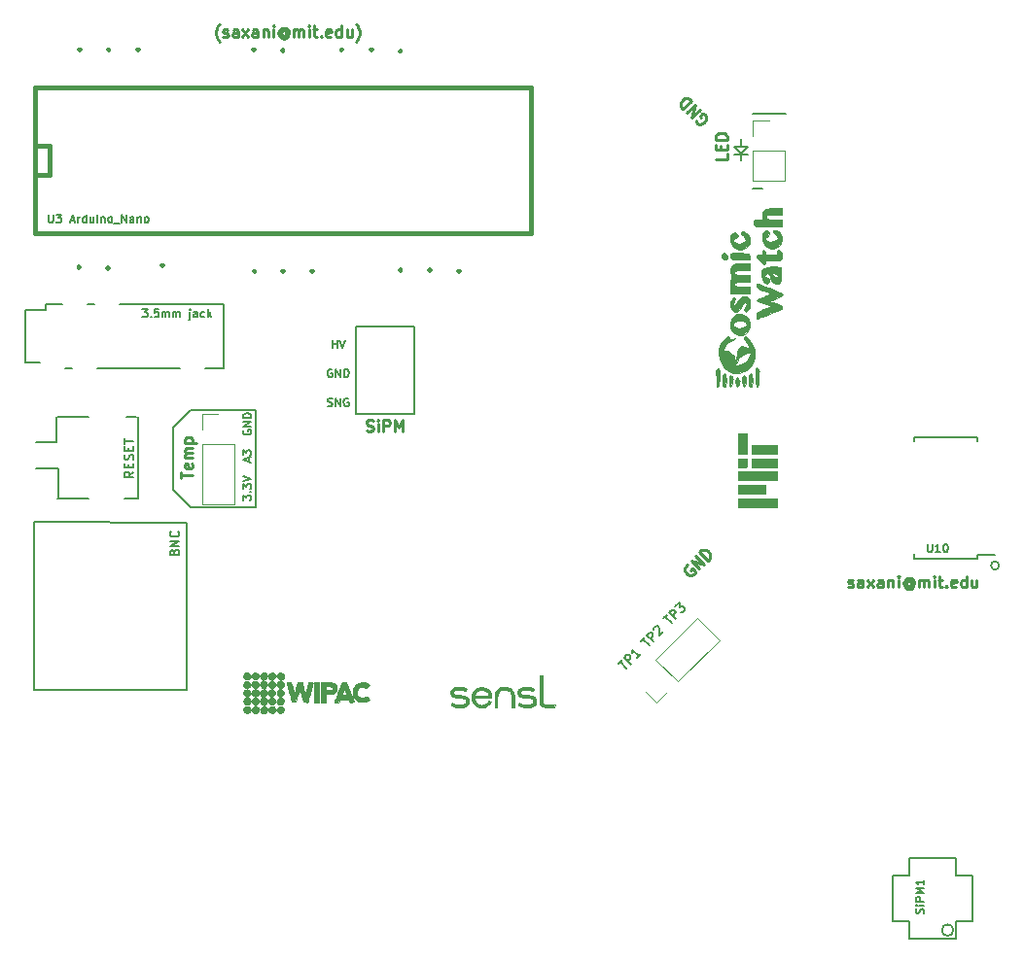
<source format=gbr>
G04 #@! TF.FileFunction,Legend,Top*
%FSLAX46Y46*%
G04 Gerber Fmt 4.6, Leading zero omitted, Abs format (unit mm)*
G04 Created by KiCad (PCBNEW 4.0.2-stable) date Wednesday, February 14, 2018 'PMt' 02:08:58 PM*
%MOMM*%
G01*
G04 APERTURE LIST*
%ADD10C,0.100000*%
%ADD11C,0.200000*%
%ADD12C,0.250000*%
%ADD13C,0.300000*%
%ADD14C,0.175000*%
%ADD15C,0.381000*%
%ADD16C,0.150000*%
%ADD17C,0.120000*%
%ADD18C,0.010000*%
G04 APERTURE END LIST*
D10*
D11*
X225628553Y-98125000D02*
G75*
G03X225628553Y-98125000I-353553J0D01*
G01*
D12*
X212505953Y-99979762D02*
X212601191Y-100027381D01*
X212791667Y-100027381D01*
X212886906Y-99979762D01*
X212934525Y-99884524D01*
X212934525Y-99836905D01*
X212886906Y-99741667D01*
X212791667Y-99694048D01*
X212648810Y-99694048D01*
X212553572Y-99646429D01*
X212505953Y-99551190D01*
X212505953Y-99503571D01*
X212553572Y-99408333D01*
X212648810Y-99360714D01*
X212791667Y-99360714D01*
X212886906Y-99408333D01*
X213791668Y-100027381D02*
X213791668Y-99503571D01*
X213744049Y-99408333D01*
X213648811Y-99360714D01*
X213458334Y-99360714D01*
X213363096Y-99408333D01*
X213791668Y-99979762D02*
X213696430Y-100027381D01*
X213458334Y-100027381D01*
X213363096Y-99979762D01*
X213315477Y-99884524D01*
X213315477Y-99789286D01*
X213363096Y-99694048D01*
X213458334Y-99646429D01*
X213696430Y-99646429D01*
X213791668Y-99598810D01*
X214172620Y-100027381D02*
X214696430Y-99360714D01*
X214172620Y-99360714D02*
X214696430Y-100027381D01*
X215505954Y-100027381D02*
X215505954Y-99503571D01*
X215458335Y-99408333D01*
X215363097Y-99360714D01*
X215172620Y-99360714D01*
X215077382Y-99408333D01*
X215505954Y-99979762D02*
X215410716Y-100027381D01*
X215172620Y-100027381D01*
X215077382Y-99979762D01*
X215029763Y-99884524D01*
X215029763Y-99789286D01*
X215077382Y-99694048D01*
X215172620Y-99646429D01*
X215410716Y-99646429D01*
X215505954Y-99598810D01*
X215982144Y-99360714D02*
X215982144Y-100027381D01*
X215982144Y-99455952D02*
X216029763Y-99408333D01*
X216125001Y-99360714D01*
X216267859Y-99360714D01*
X216363097Y-99408333D01*
X216410716Y-99503571D01*
X216410716Y-100027381D01*
X216886906Y-100027381D02*
X216886906Y-99360714D01*
X216886906Y-99027381D02*
X216839287Y-99075000D01*
X216886906Y-99122619D01*
X216934525Y-99075000D01*
X216886906Y-99027381D01*
X216886906Y-99122619D01*
X217982144Y-99551190D02*
X217934525Y-99503571D01*
X217839287Y-99455952D01*
X217744049Y-99455952D01*
X217648811Y-99503571D01*
X217601191Y-99551190D01*
X217553572Y-99646429D01*
X217553572Y-99741667D01*
X217601191Y-99836905D01*
X217648811Y-99884524D01*
X217744049Y-99932143D01*
X217839287Y-99932143D01*
X217934525Y-99884524D01*
X217982144Y-99836905D01*
X217982144Y-99455952D02*
X217982144Y-99836905D01*
X218029763Y-99884524D01*
X218077382Y-99884524D01*
X218172620Y-99836905D01*
X218220239Y-99741667D01*
X218220239Y-99503571D01*
X218125001Y-99360714D01*
X217982144Y-99265476D01*
X217791668Y-99217857D01*
X217601191Y-99265476D01*
X217458334Y-99360714D01*
X217363096Y-99503571D01*
X217315477Y-99694048D01*
X217363096Y-99884524D01*
X217458334Y-100027381D01*
X217601191Y-100122619D01*
X217791668Y-100170238D01*
X217982144Y-100122619D01*
X218125001Y-100027381D01*
X218648810Y-100027381D02*
X218648810Y-99360714D01*
X218648810Y-99455952D02*
X218696429Y-99408333D01*
X218791667Y-99360714D01*
X218934525Y-99360714D01*
X219029763Y-99408333D01*
X219077382Y-99503571D01*
X219077382Y-100027381D01*
X219077382Y-99503571D02*
X219125001Y-99408333D01*
X219220239Y-99360714D01*
X219363096Y-99360714D01*
X219458334Y-99408333D01*
X219505953Y-99503571D01*
X219505953Y-100027381D01*
X219982143Y-100027381D02*
X219982143Y-99360714D01*
X219982143Y-99027381D02*
X219934524Y-99075000D01*
X219982143Y-99122619D01*
X220029762Y-99075000D01*
X219982143Y-99027381D01*
X219982143Y-99122619D01*
X220315476Y-99360714D02*
X220696428Y-99360714D01*
X220458333Y-99027381D02*
X220458333Y-99884524D01*
X220505952Y-99979762D01*
X220601190Y-100027381D01*
X220696428Y-100027381D01*
X221029762Y-99932143D02*
X221077381Y-99979762D01*
X221029762Y-100027381D01*
X220982143Y-99979762D01*
X221029762Y-99932143D01*
X221029762Y-100027381D01*
X221886905Y-99979762D02*
X221791667Y-100027381D01*
X221601190Y-100027381D01*
X221505952Y-99979762D01*
X221458333Y-99884524D01*
X221458333Y-99503571D01*
X221505952Y-99408333D01*
X221601190Y-99360714D01*
X221791667Y-99360714D01*
X221886905Y-99408333D01*
X221934524Y-99503571D01*
X221934524Y-99598810D01*
X221458333Y-99694048D01*
X222791667Y-100027381D02*
X222791667Y-99027381D01*
X222791667Y-99979762D02*
X222696429Y-100027381D01*
X222505952Y-100027381D01*
X222410714Y-99979762D01*
X222363095Y-99932143D01*
X222315476Y-99836905D01*
X222315476Y-99551190D01*
X222363095Y-99455952D01*
X222410714Y-99408333D01*
X222505952Y-99360714D01*
X222696429Y-99360714D01*
X222791667Y-99408333D01*
X223696429Y-99360714D02*
X223696429Y-100027381D01*
X223267857Y-99360714D02*
X223267857Y-99884524D01*
X223315476Y-99979762D01*
X223410714Y-100027381D01*
X223553572Y-100027381D01*
X223648810Y-99979762D01*
X223696429Y-99932143D01*
D11*
X155250000Y-84575000D02*
X160925000Y-84575000D01*
X153700000Y-86125000D02*
X155250000Y-84575000D01*
X153700000Y-91525000D02*
X153700000Y-86125000D01*
X155225000Y-93050000D02*
X160925000Y-93050000D01*
X155225000Y-93050000D02*
X153700000Y-91525000D01*
D13*
X165800000Y-72435714D02*
X165871428Y-72507143D01*
X165800000Y-72578571D01*
X165728571Y-72507143D01*
X165800000Y-72435714D01*
X165800000Y-72578571D01*
D12*
X199235194Y-59392301D02*
X199268866Y-59493316D01*
X199369881Y-59594331D01*
X199504569Y-59661675D01*
X199639255Y-59661675D01*
X199740271Y-59628004D01*
X199908629Y-59526988D01*
X200009645Y-59425973D01*
X200110660Y-59257614D01*
X200144332Y-59156599D01*
X200144332Y-59021912D01*
X200076988Y-58887224D01*
X200009644Y-58819881D01*
X199874957Y-58752538D01*
X199807614Y-58752538D01*
X199571912Y-58988240D01*
X199706599Y-59122926D01*
X199571912Y-58382149D02*
X198864805Y-59089255D01*
X199167851Y-57978087D01*
X198460744Y-58685194D01*
X198831133Y-57641370D02*
X198124027Y-58348477D01*
X197955668Y-58180118D01*
X197888324Y-58045431D01*
X197888324Y-57910744D01*
X197921996Y-57809729D01*
X198023011Y-57641370D01*
X198124027Y-57540354D01*
X198292385Y-57439339D01*
X198393400Y-57405667D01*
X198528087Y-57405667D01*
X198662775Y-57473012D01*
X198831133Y-57641370D01*
D13*
X171000000Y-53135714D02*
X171071428Y-53207143D01*
X171000000Y-53278571D01*
X170928571Y-53207143D01*
X171000000Y-53135714D01*
X171000000Y-53278571D01*
X160750000Y-53135714D02*
X160821428Y-53207143D01*
X160750000Y-53278571D01*
X160678571Y-53207143D01*
X160750000Y-53135714D01*
X160750000Y-53278571D01*
D11*
X204150000Y-58750000D02*
X207050000Y-58750000D01*
X204200000Y-65250000D02*
X205050000Y-65250000D01*
D13*
X163250000Y-53185714D02*
X163321428Y-53257143D01*
X163250000Y-53328571D01*
X163178571Y-53257143D01*
X163250000Y-53185714D01*
X163250000Y-53328571D01*
X160800000Y-72435714D02*
X160871428Y-72507143D01*
X160800000Y-72578571D01*
X160728571Y-72507143D01*
X160800000Y-72435714D01*
X160800000Y-72578571D01*
X148050000Y-72135714D02*
X148121428Y-72207143D01*
X148050000Y-72278571D01*
X147978571Y-72207143D01*
X148050000Y-72135714D01*
X148050000Y-72278571D01*
D11*
X143700000Y-89700000D02*
X141800000Y-89700000D01*
X143700000Y-92300000D02*
X143700000Y-89700000D01*
X143600000Y-87400000D02*
X141800000Y-87400000D01*
X143600000Y-85200000D02*
X143600000Y-87400000D01*
D12*
X198507699Y-98085194D02*
X198406684Y-98118866D01*
X198305669Y-98219881D01*
X198238325Y-98354569D01*
X198238325Y-98489255D01*
X198271996Y-98590271D01*
X198373012Y-98758629D01*
X198474027Y-98859645D01*
X198642386Y-98960660D01*
X198743401Y-98994332D01*
X198878088Y-98994332D01*
X199012776Y-98926988D01*
X199080119Y-98859644D01*
X199147462Y-98724957D01*
X199147462Y-98657614D01*
X198911760Y-98421912D01*
X198777074Y-98556599D01*
X199517851Y-98421912D02*
X198810745Y-97714805D01*
X199921913Y-98017851D01*
X199214806Y-97310744D01*
X200258630Y-97681133D02*
X199551523Y-96974027D01*
X199719882Y-96805668D01*
X199854569Y-96738324D01*
X199989256Y-96738324D01*
X200090271Y-96771996D01*
X200258630Y-96873011D01*
X200359646Y-96974027D01*
X200460661Y-97142385D01*
X200494333Y-97243400D01*
X200494333Y-97378087D01*
X200426988Y-97512775D01*
X200258630Y-97681133D01*
D11*
X160925000Y-84600000D02*
X160925000Y-93050000D01*
D12*
X170554762Y-86379762D02*
X170697619Y-86427381D01*
X170935715Y-86427381D01*
X171030953Y-86379762D01*
X171078572Y-86332143D01*
X171126191Y-86236905D01*
X171126191Y-86141667D01*
X171078572Y-86046429D01*
X171030953Y-85998810D01*
X170935715Y-85951190D01*
X170745238Y-85903571D01*
X170650000Y-85855952D01*
X170602381Y-85808333D01*
X170554762Y-85713095D01*
X170554762Y-85617857D01*
X170602381Y-85522619D01*
X170650000Y-85475000D01*
X170745238Y-85427381D01*
X170983334Y-85427381D01*
X171126191Y-85475000D01*
X171554762Y-86427381D02*
X171554762Y-85760714D01*
X171554762Y-85427381D02*
X171507143Y-85475000D01*
X171554762Y-85522619D01*
X171602381Y-85475000D01*
X171554762Y-85427381D01*
X171554762Y-85522619D01*
X172030952Y-86427381D02*
X172030952Y-85427381D01*
X172411905Y-85427381D01*
X172507143Y-85475000D01*
X172554762Y-85522619D01*
X172602381Y-85617857D01*
X172602381Y-85760714D01*
X172554762Y-85855952D01*
X172507143Y-85903571D01*
X172411905Y-85951190D01*
X172030952Y-85951190D01*
X173030952Y-86427381D02*
X173030952Y-85427381D01*
X173364286Y-86141667D01*
X173697619Y-85427381D01*
X173697619Y-86427381D01*
D11*
X192484948Y-106670492D02*
X192808197Y-106347243D01*
X193212258Y-107074553D02*
X192646573Y-106508867D01*
X193562444Y-106724367D02*
X192996759Y-106158681D01*
X193212258Y-105943182D01*
X193293071Y-105916244D01*
X193346945Y-105916244D01*
X193427758Y-105943182D01*
X193508569Y-106023994D01*
X193535507Y-106104806D01*
X193535507Y-106158680D01*
X193508569Y-106239493D01*
X193293070Y-106454992D01*
X194424442Y-105862369D02*
X194101193Y-106185618D01*
X194262817Y-106023994D02*
X193697131Y-105458309D01*
X193724069Y-105592995D01*
X193724069Y-105700745D01*
X193697131Y-105781557D01*
X194451379Y-104704061D02*
X194774628Y-104380812D01*
X195178689Y-105108122D02*
X194613004Y-104542437D01*
X195528875Y-104757936D02*
X194963190Y-104192250D01*
X195178689Y-103976751D01*
X195259501Y-103949813D01*
X195313376Y-103949813D01*
X195394188Y-103976751D01*
X195475000Y-104057563D01*
X195501938Y-104138375D01*
X195501938Y-104192250D01*
X195475000Y-104273062D01*
X195259501Y-104488561D01*
X195555812Y-103707377D02*
X195555812Y-103653502D01*
X195582750Y-103572690D01*
X195717437Y-103438003D01*
X195798249Y-103411066D01*
X195852124Y-103411065D01*
X195932936Y-103438003D01*
X195986811Y-103491877D01*
X196040686Y-103599627D01*
X196040686Y-104246125D01*
X196390872Y-103895939D01*
X196417810Y-102737631D02*
X196741058Y-102414382D01*
X197145120Y-103141691D02*
X196579434Y-102576006D01*
X197495306Y-102791505D02*
X196929620Y-102225820D01*
X197145120Y-102010320D01*
X197225932Y-101983382D01*
X197279807Y-101983382D01*
X197360619Y-102010320D01*
X197441431Y-102091132D01*
X197468369Y-102171944D01*
X197468369Y-102225819D01*
X197441431Y-102306631D01*
X197225931Y-102522131D01*
X197441431Y-101714009D02*
X197791618Y-101363823D01*
X197818555Y-101767884D01*
X197899367Y-101687071D01*
X197980179Y-101660134D01*
X198034054Y-101660134D01*
X198114866Y-101687071D01*
X198249553Y-101821758D01*
X198276491Y-101902570D01*
X198276491Y-101956446D01*
X198249553Y-102037258D01*
X198087929Y-102198882D01*
X198007117Y-102225820D01*
X197953242Y-102225819D01*
D12*
X157747620Y-52458333D02*
X157700000Y-52410714D01*
X157604762Y-52267857D01*
X157557143Y-52172619D01*
X157509524Y-52029762D01*
X157461905Y-51791667D01*
X157461905Y-51601190D01*
X157509524Y-51363095D01*
X157557143Y-51220238D01*
X157604762Y-51125000D01*
X157700000Y-50982143D01*
X157747620Y-50934524D01*
X158080953Y-52029762D02*
X158176191Y-52077381D01*
X158366667Y-52077381D01*
X158461906Y-52029762D01*
X158509525Y-51934524D01*
X158509525Y-51886905D01*
X158461906Y-51791667D01*
X158366667Y-51744048D01*
X158223810Y-51744048D01*
X158128572Y-51696429D01*
X158080953Y-51601190D01*
X158080953Y-51553571D01*
X158128572Y-51458333D01*
X158223810Y-51410714D01*
X158366667Y-51410714D01*
X158461906Y-51458333D01*
X159366668Y-52077381D02*
X159366668Y-51553571D01*
X159319049Y-51458333D01*
X159223811Y-51410714D01*
X159033334Y-51410714D01*
X158938096Y-51458333D01*
X159366668Y-52029762D02*
X159271430Y-52077381D01*
X159033334Y-52077381D01*
X158938096Y-52029762D01*
X158890477Y-51934524D01*
X158890477Y-51839286D01*
X158938096Y-51744048D01*
X159033334Y-51696429D01*
X159271430Y-51696429D01*
X159366668Y-51648810D01*
X159747620Y-52077381D02*
X160271430Y-51410714D01*
X159747620Y-51410714D02*
X160271430Y-52077381D01*
X161080954Y-52077381D02*
X161080954Y-51553571D01*
X161033335Y-51458333D01*
X160938097Y-51410714D01*
X160747620Y-51410714D01*
X160652382Y-51458333D01*
X161080954Y-52029762D02*
X160985716Y-52077381D01*
X160747620Y-52077381D01*
X160652382Y-52029762D01*
X160604763Y-51934524D01*
X160604763Y-51839286D01*
X160652382Y-51744048D01*
X160747620Y-51696429D01*
X160985716Y-51696429D01*
X161080954Y-51648810D01*
X161557144Y-51410714D02*
X161557144Y-52077381D01*
X161557144Y-51505952D02*
X161604763Y-51458333D01*
X161700001Y-51410714D01*
X161842859Y-51410714D01*
X161938097Y-51458333D01*
X161985716Y-51553571D01*
X161985716Y-52077381D01*
X162461906Y-52077381D02*
X162461906Y-51410714D01*
X162461906Y-51077381D02*
X162414287Y-51125000D01*
X162461906Y-51172619D01*
X162509525Y-51125000D01*
X162461906Y-51077381D01*
X162461906Y-51172619D01*
X163557144Y-51601190D02*
X163509525Y-51553571D01*
X163414287Y-51505952D01*
X163319049Y-51505952D01*
X163223811Y-51553571D01*
X163176191Y-51601190D01*
X163128572Y-51696429D01*
X163128572Y-51791667D01*
X163176191Y-51886905D01*
X163223811Y-51934524D01*
X163319049Y-51982143D01*
X163414287Y-51982143D01*
X163509525Y-51934524D01*
X163557144Y-51886905D01*
X163557144Y-51505952D02*
X163557144Y-51886905D01*
X163604763Y-51934524D01*
X163652382Y-51934524D01*
X163747620Y-51886905D01*
X163795239Y-51791667D01*
X163795239Y-51553571D01*
X163700001Y-51410714D01*
X163557144Y-51315476D01*
X163366668Y-51267857D01*
X163176191Y-51315476D01*
X163033334Y-51410714D01*
X162938096Y-51553571D01*
X162890477Y-51744048D01*
X162938096Y-51934524D01*
X163033334Y-52077381D01*
X163176191Y-52172619D01*
X163366668Y-52220238D01*
X163557144Y-52172619D01*
X163700001Y-52077381D01*
X164223810Y-52077381D02*
X164223810Y-51410714D01*
X164223810Y-51505952D02*
X164271429Y-51458333D01*
X164366667Y-51410714D01*
X164509525Y-51410714D01*
X164604763Y-51458333D01*
X164652382Y-51553571D01*
X164652382Y-52077381D01*
X164652382Y-51553571D02*
X164700001Y-51458333D01*
X164795239Y-51410714D01*
X164938096Y-51410714D01*
X165033334Y-51458333D01*
X165080953Y-51553571D01*
X165080953Y-52077381D01*
X165557143Y-52077381D02*
X165557143Y-51410714D01*
X165557143Y-51077381D02*
X165509524Y-51125000D01*
X165557143Y-51172619D01*
X165604762Y-51125000D01*
X165557143Y-51077381D01*
X165557143Y-51172619D01*
X165890476Y-51410714D02*
X166271428Y-51410714D01*
X166033333Y-51077381D02*
X166033333Y-51934524D01*
X166080952Y-52029762D01*
X166176190Y-52077381D01*
X166271428Y-52077381D01*
X166604762Y-51982143D02*
X166652381Y-52029762D01*
X166604762Y-52077381D01*
X166557143Y-52029762D01*
X166604762Y-51982143D01*
X166604762Y-52077381D01*
X167461905Y-52029762D02*
X167366667Y-52077381D01*
X167176190Y-52077381D01*
X167080952Y-52029762D01*
X167033333Y-51934524D01*
X167033333Y-51553571D01*
X167080952Y-51458333D01*
X167176190Y-51410714D01*
X167366667Y-51410714D01*
X167461905Y-51458333D01*
X167509524Y-51553571D01*
X167509524Y-51648810D01*
X167033333Y-51744048D01*
X168366667Y-52077381D02*
X168366667Y-51077381D01*
X168366667Y-52029762D02*
X168271429Y-52077381D01*
X168080952Y-52077381D01*
X167985714Y-52029762D01*
X167938095Y-51982143D01*
X167890476Y-51886905D01*
X167890476Y-51601190D01*
X167938095Y-51505952D01*
X167985714Y-51458333D01*
X168080952Y-51410714D01*
X168271429Y-51410714D01*
X168366667Y-51458333D01*
X169271429Y-51410714D02*
X169271429Y-52077381D01*
X168842857Y-51410714D02*
X168842857Y-51934524D01*
X168890476Y-52029762D01*
X168985714Y-52077381D01*
X169128572Y-52077381D01*
X169223810Y-52029762D01*
X169271429Y-51982143D01*
X169652381Y-52458333D02*
X169700000Y-52410714D01*
X169795238Y-52267857D01*
X169842857Y-52172619D01*
X169890476Y-52029762D01*
X169938095Y-51791667D01*
X169938095Y-51601190D01*
X169890476Y-51363095D01*
X169842857Y-51220238D01*
X169795238Y-51125000D01*
X169700000Y-50982143D01*
X169652381Y-50934524D01*
D14*
X159816667Y-92433332D02*
X159816667Y-91999999D01*
X160083333Y-92233332D01*
X160083333Y-92133332D01*
X160116667Y-92066665D01*
X160150000Y-92033332D01*
X160216667Y-91999999D01*
X160383333Y-91999999D01*
X160450000Y-92033332D01*
X160483333Y-92066665D01*
X160516667Y-92133332D01*
X160516667Y-92333332D01*
X160483333Y-92399999D01*
X160450000Y-92433332D01*
X160450000Y-91699998D02*
X160483333Y-91666665D01*
X160516667Y-91699998D01*
X160483333Y-91733332D01*
X160450000Y-91699998D01*
X160516667Y-91699998D01*
X159816667Y-91433332D02*
X159816667Y-90999999D01*
X160083333Y-91233332D01*
X160083333Y-91133332D01*
X160116667Y-91066665D01*
X160150000Y-91033332D01*
X160216667Y-90999999D01*
X160383333Y-90999999D01*
X160450000Y-91033332D01*
X160483333Y-91066665D01*
X160516667Y-91133332D01*
X160516667Y-91333332D01*
X160483333Y-91399999D01*
X160450000Y-91433332D01*
X159816667Y-90799998D02*
X160516667Y-90566665D01*
X159816667Y-90333332D01*
X160316667Y-89066666D02*
X160316667Y-88733332D01*
X160516667Y-89133332D02*
X159816667Y-88899999D01*
X160516667Y-88666666D01*
X159816667Y-88499999D02*
X159816667Y-88066666D01*
X160083333Y-88299999D01*
X160083333Y-88199999D01*
X160116667Y-88133332D01*
X160150000Y-88099999D01*
X160216667Y-88066666D01*
X160383333Y-88066666D01*
X160450000Y-88099999D01*
X160483333Y-88133332D01*
X160516667Y-88199999D01*
X160516667Y-88399999D01*
X160483333Y-88466666D01*
X160450000Y-88499999D01*
X159850000Y-86333333D02*
X159816667Y-86399999D01*
X159816667Y-86499999D01*
X159850000Y-86599999D01*
X159916667Y-86666666D01*
X159983333Y-86699999D01*
X160116667Y-86733333D01*
X160216667Y-86733333D01*
X160350000Y-86699999D01*
X160416667Y-86666666D01*
X160483333Y-86599999D01*
X160516667Y-86499999D01*
X160516667Y-86433333D01*
X160483333Y-86333333D01*
X160450000Y-86299999D01*
X160216667Y-86299999D01*
X160216667Y-86433333D01*
X160516667Y-85999999D02*
X159816667Y-85999999D01*
X160516667Y-85599999D01*
X159816667Y-85599999D01*
X160516667Y-85266666D02*
X159816667Y-85266666D01*
X159816667Y-85100000D01*
X159850000Y-85000000D01*
X159916667Y-84933333D01*
X159983333Y-84900000D01*
X160116667Y-84866666D01*
X160216667Y-84866666D01*
X160350000Y-84900000D01*
X160416667Y-84933333D01*
X160483333Y-85000000D01*
X160516667Y-85100000D01*
X160516667Y-85266666D01*
D12*
X154402381Y-90533333D02*
X154402381Y-89961904D01*
X155402381Y-90247619D02*
X154402381Y-90247619D01*
X155354762Y-89247618D02*
X155402381Y-89342856D01*
X155402381Y-89533333D01*
X155354762Y-89628571D01*
X155259524Y-89676190D01*
X154878571Y-89676190D01*
X154783333Y-89628571D01*
X154735714Y-89533333D01*
X154735714Y-89342856D01*
X154783333Y-89247618D01*
X154878571Y-89199999D01*
X154973810Y-89199999D01*
X155069048Y-89676190D01*
X155402381Y-88771428D02*
X154735714Y-88771428D01*
X154830952Y-88771428D02*
X154783333Y-88723809D01*
X154735714Y-88628571D01*
X154735714Y-88485713D01*
X154783333Y-88390475D01*
X154878571Y-88342856D01*
X155402381Y-88342856D01*
X154878571Y-88342856D02*
X154783333Y-88295237D01*
X154735714Y-88199999D01*
X154735714Y-88057142D01*
X154783333Y-87961904D01*
X154878571Y-87914285D01*
X155402381Y-87914285D01*
X154735714Y-87438095D02*
X155735714Y-87438095D01*
X154783333Y-87438095D02*
X154735714Y-87342857D01*
X154735714Y-87152380D01*
X154783333Y-87057142D01*
X154830952Y-87009523D01*
X154926190Y-86961904D01*
X155211905Y-86961904D01*
X155307143Y-87009523D01*
X155354762Y-87057142D01*
X155402381Y-87152380D01*
X155402381Y-87342857D01*
X155354762Y-87438095D01*
D13*
X168400000Y-53135714D02*
X168471428Y-53207143D01*
X168400000Y-53278571D01*
X168328571Y-53207143D01*
X168400000Y-53135714D01*
X168400000Y-53278571D01*
X168400000Y-53135714D02*
X168471428Y-53207143D01*
X168400000Y-53278571D01*
X168328571Y-53207143D01*
X168400000Y-53135714D01*
X168400000Y-53278571D01*
X145550000Y-72085714D02*
X145621428Y-72157143D01*
X145550000Y-72228571D01*
X145478571Y-72157143D01*
X145550000Y-72085714D01*
X145550000Y-72228571D01*
X152800000Y-71935714D02*
X152871428Y-72007143D01*
X152800000Y-72078571D01*
X152728571Y-72007143D01*
X152800000Y-71935714D01*
X152800000Y-72078571D01*
X163300000Y-72435714D02*
X163371428Y-72507143D01*
X163300000Y-72578571D01*
X163228571Y-72507143D01*
X163300000Y-72435714D01*
X163300000Y-72578571D01*
X173500000Y-72335714D02*
X173571428Y-72407143D01*
X173500000Y-72478571D01*
X173428571Y-72407143D01*
X173500000Y-72335714D01*
X173500000Y-72478571D01*
X176100000Y-72335714D02*
X176171428Y-72407143D01*
X176100000Y-72478571D01*
X176028571Y-72407143D01*
X176100000Y-72335714D01*
X176100000Y-72478571D01*
X178600000Y-72435714D02*
X178671428Y-72507143D01*
X178600000Y-72578571D01*
X178528571Y-72507143D01*
X178600000Y-72435714D01*
X178600000Y-72578571D01*
X173500000Y-53235714D02*
X173571428Y-53307143D01*
X173500000Y-53378571D01*
X173428571Y-53307143D01*
X173500000Y-53235714D01*
X173500000Y-53378571D01*
X150700000Y-53135714D02*
X150771428Y-53207143D01*
X150700000Y-53278571D01*
X150628571Y-53207143D01*
X150700000Y-53135714D01*
X150700000Y-53278571D01*
X148100000Y-53135714D02*
X148171428Y-53207143D01*
X148100000Y-53278571D01*
X148028571Y-53207143D01*
X148100000Y-53135714D01*
X148100000Y-53278571D01*
X145600000Y-53135714D02*
X145671428Y-53207143D01*
X145600000Y-53278571D01*
X145528571Y-53207143D01*
X145600000Y-53135714D01*
X145600000Y-53278571D01*
D11*
X202600000Y-62300000D02*
X203800000Y-62300000D01*
X203200000Y-62200000D02*
X203200000Y-62800000D01*
X203800000Y-61600000D02*
X203700000Y-61700000D01*
X203200000Y-61600000D02*
X203800000Y-61600000D01*
X203200000Y-62200000D02*
X203700000Y-61700000D01*
X202600000Y-61600000D02*
X203200000Y-62200000D01*
X203200000Y-61600000D02*
X202600000Y-61600000D01*
X203200000Y-61000000D02*
X203200000Y-61600000D01*
D12*
X201952381Y-62242857D02*
X201952381Y-62719048D01*
X200952381Y-62719048D01*
X201428571Y-61909524D02*
X201428571Y-61576190D01*
X201952381Y-61433333D02*
X201952381Y-61909524D01*
X200952381Y-61909524D01*
X200952381Y-61433333D01*
X201952381Y-61004762D02*
X200952381Y-61004762D01*
X200952381Y-60766667D01*
X201000000Y-60623809D01*
X201095238Y-60528571D01*
X201190476Y-60480952D01*
X201380952Y-60433333D01*
X201523810Y-60433333D01*
X201714286Y-60480952D01*
X201809524Y-60528571D01*
X201904762Y-60623809D01*
X201952381Y-60766667D01*
X201952381Y-61004762D01*
D11*
X150653000Y-92284000D02*
X150653000Y-88855000D01*
X149510000Y-92284000D02*
X150653000Y-92284000D01*
X143668000Y-92284000D02*
X146335000Y-92284000D01*
X150261905Y-89961905D02*
X149880952Y-90228572D01*
X150261905Y-90419048D02*
X149461905Y-90419048D01*
X149461905Y-90114286D01*
X149500000Y-90038095D01*
X149538095Y-90000000D01*
X149614286Y-89961905D01*
X149728571Y-89961905D01*
X149804762Y-90000000D01*
X149842857Y-90038095D01*
X149880952Y-90114286D01*
X149880952Y-90419048D01*
X149842857Y-89619048D02*
X149842857Y-89352381D01*
X150261905Y-89238095D02*
X150261905Y-89619048D01*
X149461905Y-89619048D01*
X149461905Y-89238095D01*
X150223810Y-88933333D02*
X150261905Y-88819047D01*
X150261905Y-88628571D01*
X150223810Y-88552381D01*
X150185714Y-88514285D01*
X150109524Y-88476190D01*
X150033333Y-88476190D01*
X149957143Y-88514285D01*
X149919048Y-88552381D01*
X149880952Y-88628571D01*
X149842857Y-88780952D01*
X149804762Y-88857143D01*
X149766667Y-88895238D01*
X149690476Y-88933333D01*
X149614286Y-88933333D01*
X149538095Y-88895238D01*
X149500000Y-88857143D01*
X149461905Y-88780952D01*
X149461905Y-88590476D01*
X149500000Y-88476190D01*
X149842857Y-88133333D02*
X149842857Y-87866666D01*
X150261905Y-87752380D02*
X150261905Y-88133333D01*
X149461905Y-88133333D01*
X149461905Y-87752380D01*
X149461905Y-87523809D02*
X149461905Y-87066666D01*
X150261905Y-87295237D02*
X149461905Y-87295237D01*
X146335000Y-85172000D02*
X143668000Y-85172000D01*
X150526000Y-85172000D02*
X149637000Y-85172000D01*
X150653000Y-88855000D02*
X150653000Y-85172000D01*
X153817857Y-96961904D02*
X153855952Y-96847618D01*
X153894048Y-96809523D01*
X153970238Y-96771428D01*
X154084524Y-96771428D01*
X154160714Y-96809523D01*
X154198810Y-96847618D01*
X154236905Y-96923809D01*
X154236905Y-97228571D01*
X153436905Y-97228571D01*
X153436905Y-96961904D01*
X153475000Y-96885714D01*
X153513095Y-96847618D01*
X153589286Y-96809523D01*
X153665476Y-96809523D01*
X153741667Y-96847618D01*
X153779762Y-96885714D01*
X153817857Y-96961904D01*
X153817857Y-97228571D01*
X154236905Y-96428571D02*
X153436905Y-96428571D01*
X154236905Y-95971428D01*
X153436905Y-95971428D01*
X154160714Y-95133333D02*
X154198810Y-95171428D01*
X154236905Y-95285714D01*
X154236905Y-95361904D01*
X154198810Y-95476190D01*
X154122619Y-95552381D01*
X154046429Y-95590476D01*
X153894048Y-95628571D01*
X153779762Y-95628571D01*
X153627381Y-95590476D01*
X153551190Y-95552381D01*
X153475000Y-95476190D01*
X153436905Y-95361904D01*
X153436905Y-95285714D01*
X153475000Y-95171428D01*
X153513095Y-95133333D01*
D15*
X141740000Y-56450000D02*
X184920000Y-56450000D01*
X184920000Y-56450000D02*
X184920000Y-69150000D01*
X184920000Y-69150000D02*
X141740000Y-69150000D01*
X141740000Y-69150000D02*
X141740000Y-56450000D01*
X141740000Y-64070000D02*
X143010000Y-64070000D01*
X143010000Y-64070000D02*
X143010000Y-61530000D01*
X143010000Y-61530000D02*
X141740000Y-61530000D01*
D16*
X169620000Y-77324000D02*
X169620000Y-84944000D01*
X169620000Y-84944000D02*
X174700000Y-84944000D01*
X174700000Y-84944000D02*
X174700000Y-77324000D01*
X174700000Y-77324000D02*
X169620000Y-77324000D01*
X223750000Y-97500000D02*
X223750000Y-97225000D01*
X218200000Y-97500000D02*
X218200000Y-97145000D01*
X218200000Y-86950000D02*
X218200000Y-87305000D01*
X223750000Y-86950000D02*
X223750000Y-87305000D01*
X223750000Y-97500000D02*
X218200000Y-97500000D01*
X223750000Y-86950000D02*
X218200000Y-86950000D01*
X223750000Y-97225000D02*
X225275000Y-97225000D01*
X158150000Y-76275000D02*
X158150000Y-78575000D01*
X142450000Y-75875000D02*
X142650000Y-75875000D01*
X142650000Y-75875000D02*
X142650000Y-75375000D01*
X142650000Y-75375000D02*
X144050000Y-75375000D01*
X140850000Y-80475000D02*
X142150000Y-80475000D01*
X142450000Y-75875000D02*
X140850000Y-75875000D01*
X140850000Y-75875000D02*
X140850000Y-80475000D01*
X146850000Y-75375000D02*
X146250000Y-75375000D01*
X158150000Y-76275000D02*
X158150000Y-75375000D01*
X158150000Y-75375000D02*
X149050000Y-75375000D01*
X158150000Y-80075000D02*
X158150000Y-78575000D01*
X156550000Y-80975000D02*
X158150000Y-80975000D01*
X158150000Y-80975000D02*
X158150000Y-80075000D01*
X147150000Y-80975000D02*
X154350000Y-80975000D01*
X144350000Y-80975000D02*
X144950000Y-80975000D01*
D17*
X204210000Y-61970000D02*
X204210000Y-64630000D01*
X204210000Y-64630000D02*
X206990000Y-64630000D01*
X206990000Y-64630000D02*
X206990000Y-61970000D01*
X206990000Y-61970000D02*
X204210000Y-61970000D01*
X204210000Y-60700000D02*
X204210000Y-59310000D01*
X204210000Y-59310000D02*
X205600000Y-59310000D01*
D16*
X141700000Y-109000000D02*
X141600000Y-109000000D01*
X154900000Y-109000000D02*
X141700000Y-109000000D01*
X154900000Y-94400000D02*
X154900000Y-109000000D01*
X141600000Y-94300000D02*
X154900000Y-94400000D01*
X141600000Y-109000000D02*
X141600000Y-94300000D01*
X141600000Y-109000000D02*
X141600000Y-95700000D01*
X141600000Y-95700000D02*
X141600000Y-109000000D01*
D17*
X156260000Y-87570000D02*
X156260000Y-92770000D01*
X156260000Y-92770000D02*
X159040000Y-92770000D01*
X159040000Y-92770000D02*
X159040000Y-87570000D01*
X159040000Y-87570000D02*
X156260000Y-87570000D01*
X156260000Y-86300000D02*
X156260000Y-84910000D01*
X156260000Y-84910000D02*
X157650000Y-84910000D01*
D18*
G36*
X204503471Y-76196723D02*
X204545583Y-76092917D01*
X204655552Y-76007927D01*
X204865927Y-75914403D01*
X205130048Y-75814441D01*
X205415784Y-75699088D01*
X205618100Y-75599670D01*
X205703709Y-75533211D01*
X205701548Y-75522144D01*
X205594996Y-75466252D01*
X205376621Y-75375379D01*
X205107899Y-75274402D01*
X204831772Y-75168174D01*
X204625620Y-75075669D01*
X204536099Y-75018640D01*
X204589086Y-74959518D01*
X204765662Y-74861819D01*
X205030223Y-74744695D01*
X205089033Y-74721224D01*
X205372989Y-74602979D01*
X205582796Y-74502580D01*
X205679580Y-74438926D01*
X205682000Y-74432948D01*
X205608428Y-74379439D01*
X205414956Y-74291244D01*
X205142445Y-74186865D01*
X205124468Y-74180490D01*
X204785159Y-74046393D01*
X204586764Y-73924682D01*
X204504373Y-73793455D01*
X204510672Y-73640832D01*
X204555971Y-73602362D01*
X204677842Y-73611120D01*
X204897073Y-73672652D01*
X205234450Y-73792506D01*
X205589602Y-73928722D01*
X205986476Y-74087581D01*
X206328591Y-74231777D01*
X206583504Y-74347110D01*
X206718771Y-74419379D01*
X206728368Y-74427169D01*
X206766964Y-74533209D01*
X206667872Y-74648819D01*
X206420721Y-74782182D01*
X206129614Y-74899650D01*
X205646884Y-75079778D01*
X206187112Y-75286065D01*
X206525122Y-75429074D01*
X206711519Y-75547362D01*
X206759750Y-75654007D01*
X206683260Y-75762087D01*
X206679653Y-75765097D01*
X206564494Y-75827676D01*
X206329941Y-75934461D01*
X206014870Y-76069465D01*
X205658160Y-76216698D01*
X205298687Y-76360170D01*
X204975329Y-76483892D01*
X204726964Y-76571874D01*
X204687166Y-76584563D01*
X204559903Y-76606049D01*
X204506960Y-76536046D01*
X204496666Y-76346697D01*
X204503471Y-76196723D01*
X204503471Y-76196723D01*
G37*
X204503471Y-76196723D02*
X204545583Y-76092917D01*
X204655552Y-76007927D01*
X204865927Y-75914403D01*
X205130048Y-75814441D01*
X205415784Y-75699088D01*
X205618100Y-75599670D01*
X205703709Y-75533211D01*
X205701548Y-75522144D01*
X205594996Y-75466252D01*
X205376621Y-75375379D01*
X205107899Y-75274402D01*
X204831772Y-75168174D01*
X204625620Y-75075669D01*
X204536099Y-75018640D01*
X204589086Y-74959518D01*
X204765662Y-74861819D01*
X205030223Y-74744695D01*
X205089033Y-74721224D01*
X205372989Y-74602979D01*
X205582796Y-74502580D01*
X205679580Y-74438926D01*
X205682000Y-74432948D01*
X205608428Y-74379439D01*
X205414956Y-74291244D01*
X205142445Y-74186865D01*
X205124468Y-74180490D01*
X204785159Y-74046393D01*
X204586764Y-73924682D01*
X204504373Y-73793455D01*
X204510672Y-73640832D01*
X204555971Y-73602362D01*
X204677842Y-73611120D01*
X204897073Y-73672652D01*
X205234450Y-73792506D01*
X205589602Y-73928722D01*
X205986476Y-74087581D01*
X206328591Y-74231777D01*
X206583504Y-74347110D01*
X206718771Y-74419379D01*
X206728368Y-74427169D01*
X206766964Y-74533209D01*
X206667872Y-74648819D01*
X206420721Y-74782182D01*
X206129614Y-74899650D01*
X205646884Y-75079778D01*
X206187112Y-75286065D01*
X206525122Y-75429074D01*
X206711519Y-75547362D01*
X206759750Y-75654007D01*
X206683260Y-75762087D01*
X206679653Y-75765097D01*
X206564494Y-75827676D01*
X206329941Y-75934461D01*
X206014870Y-76069465D01*
X205658160Y-76216698D01*
X205298687Y-76360170D01*
X204975329Y-76483892D01*
X204726964Y-76571874D01*
X204687166Y-76584563D01*
X204559903Y-76606049D01*
X204506960Y-76536046D01*
X204496666Y-76346697D01*
X204503471Y-76196723D01*
G36*
X204539279Y-71087164D02*
X204694411Y-71045289D01*
X204750666Y-71044000D01*
X204932193Y-71021219D01*
X204998600Y-70924379D01*
X205004666Y-70832333D01*
X205048827Y-70662095D01*
X205131666Y-70620667D01*
X205233809Y-70694268D01*
X205258666Y-70832333D01*
X205268278Y-70945989D01*
X205322580Y-71009363D01*
X205459776Y-71037107D01*
X205718067Y-71043871D01*
X205810613Y-71044000D01*
X206105965Y-71041228D01*
X206266534Y-71023139D01*
X206326869Y-70975071D01*
X206321517Y-70882367D01*
X206309434Y-70832333D01*
X206296619Y-70668895D01*
X206381063Y-70620669D01*
X206382121Y-70620667D01*
X206559115Y-70695064D01*
X206684179Y-70882231D01*
X206734524Y-71128129D01*
X206694572Y-71361500D01*
X206642952Y-71456604D01*
X206555905Y-71513479D01*
X206394989Y-71541814D01*
X206121760Y-71551298D01*
X205938728Y-71552000D01*
X205600438Y-71555508D01*
X205397432Y-71571677D01*
X205295711Y-71608971D01*
X205261277Y-71675856D01*
X205258666Y-71721333D01*
X205223669Y-71866659D01*
X205129175Y-71862276D01*
X204990930Y-71710172D01*
X204974326Y-71685422D01*
X204815909Y-71513638D01*
X204668255Y-71425716D01*
X204529434Y-71313913D01*
X204496666Y-71207628D01*
X204539279Y-71087164D01*
X204539279Y-71087164D01*
G37*
X204539279Y-71087164D02*
X204694411Y-71045289D01*
X204750666Y-71044000D01*
X204932193Y-71021219D01*
X204998600Y-70924379D01*
X205004666Y-70832333D01*
X205048827Y-70662095D01*
X205131666Y-70620667D01*
X205233809Y-70694268D01*
X205258666Y-70832333D01*
X205268278Y-70945989D01*
X205322580Y-71009363D01*
X205459776Y-71037107D01*
X205718067Y-71043871D01*
X205810613Y-71044000D01*
X206105965Y-71041228D01*
X206266534Y-71023139D01*
X206326869Y-70975071D01*
X206321517Y-70882367D01*
X206309434Y-70832333D01*
X206296619Y-70668895D01*
X206381063Y-70620669D01*
X206382121Y-70620667D01*
X206559115Y-70695064D01*
X206684179Y-70882231D01*
X206734524Y-71128129D01*
X206694572Y-71361500D01*
X206642952Y-71456604D01*
X206555905Y-71513479D01*
X206394989Y-71541814D01*
X206121760Y-71551298D01*
X205938728Y-71552000D01*
X205600438Y-71555508D01*
X205397432Y-71571677D01*
X205295711Y-71608971D01*
X205261277Y-71675856D01*
X205258666Y-71721333D01*
X205223669Y-71866659D01*
X205129175Y-71862276D01*
X204990930Y-71710172D01*
X204974326Y-71685422D01*
X204815909Y-71513638D01*
X204668255Y-71425716D01*
X204529434Y-71313913D01*
X204496666Y-71207628D01*
X204539279Y-71087164D01*
G36*
X204984591Y-72581730D02*
X205061820Y-72336950D01*
X205223689Y-72178230D01*
X205493869Y-72094180D01*
X205896031Y-72073410D01*
X206032907Y-72077277D01*
X206655666Y-72102333D01*
X206676150Y-72710802D01*
X206677008Y-73069914D01*
X206646418Y-73299155D01*
X206578717Y-73436012D01*
X206564269Y-73451636D01*
X206351869Y-73568831D01*
X206278034Y-73558007D01*
X206278034Y-72985123D01*
X206346397Y-72912082D01*
X206343650Y-72843167D01*
X206239067Y-72716576D01*
X206063488Y-72666284D01*
X205892471Y-72652953D01*
X205869277Y-72692169D01*
X205971501Y-72814451D01*
X206139778Y-72951554D01*
X206278034Y-72985123D01*
X206278034Y-73558007D01*
X206125678Y-73535670D01*
X205910594Y-73366651D01*
X205731514Y-73076274D01*
X205677442Y-72935191D01*
X205563332Y-72716348D01*
X205423539Y-72661053D01*
X205265106Y-72771969D01*
X205260418Y-72777556D01*
X205212237Y-72880482D01*
X205295846Y-72962845D01*
X205372393Y-73000691D01*
X205584860Y-73146695D01*
X205631318Y-73318155D01*
X205563648Y-73459490D01*
X205422591Y-73560055D01*
X205274457Y-73521916D01*
X205138131Y-73373700D01*
X205032500Y-73144035D01*
X204976448Y-72861548D01*
X204984591Y-72581730D01*
X204984591Y-72581730D01*
G37*
X204984591Y-72581730D02*
X205061820Y-72336950D01*
X205223689Y-72178230D01*
X205493869Y-72094180D01*
X205896031Y-72073410D01*
X206032907Y-72077277D01*
X206655666Y-72102333D01*
X206676150Y-72710802D01*
X206677008Y-73069914D01*
X206646418Y-73299155D01*
X206578717Y-73436012D01*
X206564269Y-73451636D01*
X206351869Y-73568831D01*
X206278034Y-73558007D01*
X206278034Y-72985123D01*
X206346397Y-72912082D01*
X206343650Y-72843167D01*
X206239067Y-72716576D01*
X206063488Y-72666284D01*
X205892471Y-72652953D01*
X205869277Y-72692169D01*
X205971501Y-72814451D01*
X206139778Y-72951554D01*
X206278034Y-72985123D01*
X206278034Y-73558007D01*
X206125678Y-73535670D01*
X205910594Y-73366651D01*
X205731514Y-73076274D01*
X205677442Y-72935191D01*
X205563332Y-72716348D01*
X205423539Y-72661053D01*
X205265106Y-72771969D01*
X205260418Y-72777556D01*
X205212237Y-72880482D01*
X205295846Y-72962845D01*
X205372393Y-73000691D01*
X205584860Y-73146695D01*
X205631318Y-73318155D01*
X205563648Y-73459490D01*
X205422591Y-73560055D01*
X205274457Y-73521916D01*
X205138131Y-73373700D01*
X205032500Y-73144035D01*
X204976448Y-72861548D01*
X204984591Y-72581730D01*
G36*
X205046408Y-69204192D02*
X205092312Y-69091101D01*
X205245731Y-68952236D01*
X205442760Y-68946138D01*
X205592841Y-69048921D01*
X205638324Y-69213111D01*
X205578388Y-69391323D01*
X205446864Y-69507728D01*
X205382687Y-69520000D01*
X205274595Y-69571940D01*
X205274679Y-69690908D01*
X205374000Y-69821629D01*
X205438343Y-69864203D01*
X205678021Y-69917611D01*
X205967125Y-69887820D01*
X206214634Y-69786226D01*
X206245430Y-69763130D01*
X206350558Y-69598524D01*
X206296337Y-69404215D01*
X206132931Y-69217426D01*
X205987085Y-69048418D01*
X205982589Y-68934431D01*
X205996841Y-68917292D01*
X206135500Y-68884755D01*
X206330627Y-68954327D01*
X206526055Y-69101680D01*
X206589473Y-69173997D01*
X206681740Y-69409499D01*
X206692192Y-69713154D01*
X206626079Y-70007876D01*
X206520536Y-70186555D01*
X206209550Y-70412858D01*
X205864510Y-70488454D01*
X205522905Y-70414711D01*
X205222227Y-70192998D01*
X205175323Y-70137453D01*
X205049773Y-69867288D01*
X205004589Y-69528322D01*
X205046408Y-69204192D01*
X205046408Y-69204192D01*
G37*
X205046408Y-69204192D02*
X205092312Y-69091101D01*
X205245731Y-68952236D01*
X205442760Y-68946138D01*
X205592841Y-69048921D01*
X205638324Y-69213111D01*
X205578388Y-69391323D01*
X205446864Y-69507728D01*
X205382687Y-69520000D01*
X205274595Y-69571940D01*
X205274679Y-69690908D01*
X205374000Y-69821629D01*
X205438343Y-69864203D01*
X205678021Y-69917611D01*
X205967125Y-69887820D01*
X206214634Y-69786226D01*
X206245430Y-69763130D01*
X206350558Y-69598524D01*
X206296337Y-69404215D01*
X206132931Y-69217426D01*
X205987085Y-69048418D01*
X205982589Y-68934431D01*
X205996841Y-68917292D01*
X206135500Y-68884755D01*
X206330627Y-68954327D01*
X206526055Y-69101680D01*
X206589473Y-69173997D01*
X206681740Y-69409499D01*
X206692192Y-69713154D01*
X206626079Y-70007876D01*
X206520536Y-70186555D01*
X206209550Y-70412858D01*
X205864510Y-70488454D01*
X205522905Y-70414711D01*
X205222227Y-70192998D01*
X205175323Y-70137453D01*
X205049773Y-69867288D01*
X205004589Y-69528322D01*
X205046408Y-69204192D01*
G36*
X204286831Y-68049891D02*
X204438516Y-68003022D01*
X204660089Y-67996000D01*
X204907070Y-67991672D01*
X205021638Y-67962281D01*
X205040710Y-67883213D01*
X205010513Y-67762386D01*
X204989847Y-67452684D01*
X205100001Y-67194949D01*
X205248324Y-67070202D01*
X205413109Y-67026091D01*
X205690204Y-66993952D01*
X206022680Y-66980130D01*
X206057433Y-66980000D01*
X206698000Y-66980000D01*
X206698000Y-67572667D01*
X206020666Y-67572667D01*
X205706131Y-67581615D01*
X205469271Y-67605395D01*
X205350141Y-67639409D01*
X205343333Y-67650409D01*
X205366496Y-67819654D01*
X205456699Y-67923737D01*
X205645011Y-67977393D01*
X205962504Y-67995357D01*
X206072058Y-67996000D01*
X206698000Y-67996000D01*
X206698000Y-68588667D01*
X205522541Y-68588667D01*
X205055770Y-68587614D01*
X204730934Y-68581617D01*
X204520637Y-68566422D01*
X204397481Y-68537773D01*
X204334070Y-68491415D01*
X204303006Y-68423093D01*
X204296030Y-68398167D01*
X204249465Y-68170416D01*
X204286831Y-68049891D01*
X204286831Y-68049891D01*
G37*
X204286831Y-68049891D02*
X204438516Y-68003022D01*
X204660089Y-67996000D01*
X204907070Y-67991672D01*
X205021638Y-67962281D01*
X205040710Y-67883213D01*
X205010513Y-67762386D01*
X204989847Y-67452684D01*
X205100001Y-67194949D01*
X205248324Y-67070202D01*
X205413109Y-67026091D01*
X205690204Y-66993952D01*
X206022680Y-66980130D01*
X206057433Y-66980000D01*
X206698000Y-66980000D01*
X206698000Y-67572667D01*
X206020666Y-67572667D01*
X205706131Y-67581615D01*
X205469271Y-67605395D01*
X205350141Y-67639409D01*
X205343333Y-67650409D01*
X205366496Y-67819654D01*
X205456699Y-67923737D01*
X205645011Y-67977393D01*
X205962504Y-67995357D01*
X206072058Y-67996000D01*
X206698000Y-67996000D01*
X206698000Y-68588667D01*
X205522541Y-68588667D01*
X205055770Y-68587614D01*
X204730934Y-68581617D01*
X204520637Y-68566422D01*
X204397481Y-68537773D01*
X204334070Y-68491415D01*
X204303006Y-68423093D01*
X204296030Y-68398167D01*
X204249465Y-68170416D01*
X204286831Y-68049891D01*
G36*
X204408585Y-81313096D02*
X204438920Y-81087625D01*
X204464916Y-81014291D01*
X204560166Y-80836915D01*
X204655416Y-81014892D01*
X204722598Y-81161764D01*
X204733627Y-81219601D01*
X204722167Y-81310721D01*
X204707066Y-81528349D01*
X204691176Y-81829782D01*
X204687628Y-81908334D01*
X204662564Y-82267951D01*
X204623980Y-82473199D01*
X204568822Y-82538719D01*
X204556500Y-82536674D01*
X204496569Y-82438662D01*
X204448933Y-82219438D01*
X204416471Y-81926862D01*
X204402062Y-81608795D01*
X204408585Y-81313096D01*
X204408585Y-81313096D01*
G37*
X204408585Y-81313096D02*
X204438920Y-81087625D01*
X204464916Y-81014291D01*
X204560166Y-80836915D01*
X204655416Y-81014892D01*
X204722598Y-81161764D01*
X204733627Y-81219601D01*
X204722167Y-81310721D01*
X204707066Y-81528349D01*
X204691176Y-81829782D01*
X204687628Y-81908334D01*
X204662564Y-82267951D01*
X204623980Y-82473199D01*
X204568822Y-82538719D01*
X204556500Y-82536674D01*
X204496569Y-82438662D01*
X204448933Y-82219438D01*
X204416471Y-81926862D01*
X204402062Y-81608795D01*
X204408585Y-81313096D01*
G36*
X201224149Y-79401246D02*
X201331603Y-78987666D01*
X201534172Y-78605055D01*
X201797518Y-78313319D01*
X201882288Y-78253064D01*
X202029050Y-78183683D01*
X202114488Y-78229239D01*
X202147086Y-78281353D01*
X202266583Y-78380959D01*
X202450306Y-78368212D01*
X202673560Y-78312178D01*
X202449925Y-78488089D01*
X202256019Y-78610358D01*
X202094927Y-78663902D01*
X202090234Y-78664000D01*
X201967132Y-78731963D01*
X201819521Y-78896751D01*
X201689984Y-79099712D01*
X201621102Y-79282198D01*
X201618316Y-79314001D01*
X201692147Y-79379717D01*
X201872000Y-79381524D01*
X202062369Y-79383897D01*
X202125590Y-79464613D01*
X202126000Y-79476294D01*
X202193558Y-79600584D01*
X202358389Y-79734634D01*
X202380132Y-79747438D01*
X202539865Y-79870280D01*
X202598245Y-79982305D01*
X202595496Y-79994789D01*
X202604826Y-80118488D01*
X202628825Y-80142469D01*
X202712031Y-80117236D01*
X202784546Y-79985741D01*
X202816405Y-79809956D01*
X202813805Y-79759920D01*
X202834938Y-79600089D01*
X202906876Y-79370674D01*
X202928929Y-79315420D01*
X203070355Y-79087329D01*
X203256692Y-79004433D01*
X203509541Y-79062902D01*
X203720080Y-79175074D01*
X204001828Y-79346848D01*
X203943574Y-79153591D01*
X203848294Y-78968603D01*
X203684640Y-78751017D01*
X203637853Y-78699407D01*
X203468471Y-78470536D01*
X203443909Y-78299040D01*
X203444584Y-78297240D01*
X203508401Y-78185092D01*
X203596020Y-78179372D01*
X203738393Y-78289645D01*
X203877912Y-78431167D01*
X204216208Y-78887671D01*
X204387718Y-79371138D01*
X204393583Y-79886773D01*
X204288501Y-80301861D01*
X204048823Y-80744871D01*
X203681012Y-81079865D01*
X203438333Y-81213310D01*
X202969792Y-81347783D01*
X202786371Y-81340992D01*
X202786371Y-80693426D01*
X203167111Y-80625411D01*
X203514453Y-80436707D01*
X203789581Y-80160956D01*
X203953678Y-79831798D01*
X203981982Y-79657220D01*
X203955438Y-79555793D01*
X203833017Y-79546509D01*
X203755833Y-79562499D01*
X203512594Y-79663954D01*
X203338767Y-79784649D01*
X203180865Y-79887792D01*
X203067552Y-79897983D01*
X202993246Y-79935713D01*
X202913632Y-80102747D01*
X202889442Y-80182642D01*
X202797731Y-80417930D01*
X202682831Y-80582880D01*
X202652658Y-80605956D01*
X202582768Y-80663217D01*
X202650704Y-80688423D01*
X202786371Y-80693426D01*
X202786371Y-81340992D01*
X202515027Y-81330944D01*
X202168333Y-81206625D01*
X202168333Y-80526667D01*
X202210666Y-80484333D01*
X202168333Y-80442000D01*
X202126000Y-80484333D01*
X202168333Y-80526667D01*
X202168333Y-81206625D01*
X202095827Y-81180625D01*
X201900222Y-81036851D01*
X201900222Y-79821111D01*
X201950556Y-79809489D01*
X201956666Y-79764667D01*
X201925688Y-79694977D01*
X201900222Y-79708222D01*
X201890089Y-79808702D01*
X201900222Y-79821111D01*
X201900222Y-81036851D01*
X201829666Y-80984990D01*
X201829666Y-80188000D01*
X201872000Y-80145667D01*
X201829666Y-80103333D01*
X201787333Y-80145667D01*
X201829666Y-80188000D01*
X201829666Y-80984990D01*
X201769754Y-80940954D01*
X201769754Y-80001769D01*
X201784740Y-79976333D01*
X201742584Y-79837194D01*
X201702666Y-79764667D01*
X201635579Y-79696898D01*
X201620592Y-79722333D01*
X201662749Y-79861473D01*
X201702666Y-79934000D01*
X201769754Y-80001769D01*
X201769754Y-80940954D01*
X201733981Y-80914659D01*
X201451279Y-80550877D01*
X201269510Y-80107111D01*
X201210462Y-79601193D01*
X201224149Y-79401246D01*
X201224149Y-79401246D01*
G37*
X201224149Y-79401246D02*
X201331603Y-78987666D01*
X201534172Y-78605055D01*
X201797518Y-78313319D01*
X201882288Y-78253064D01*
X202029050Y-78183683D01*
X202114488Y-78229239D01*
X202147086Y-78281353D01*
X202266583Y-78380959D01*
X202450306Y-78368212D01*
X202673560Y-78312178D01*
X202449925Y-78488089D01*
X202256019Y-78610358D01*
X202094927Y-78663902D01*
X202090234Y-78664000D01*
X201967132Y-78731963D01*
X201819521Y-78896751D01*
X201689984Y-79099712D01*
X201621102Y-79282198D01*
X201618316Y-79314001D01*
X201692147Y-79379717D01*
X201872000Y-79381524D01*
X202062369Y-79383897D01*
X202125590Y-79464613D01*
X202126000Y-79476294D01*
X202193558Y-79600584D01*
X202358389Y-79734634D01*
X202380132Y-79747438D01*
X202539865Y-79870280D01*
X202598245Y-79982305D01*
X202595496Y-79994789D01*
X202604826Y-80118488D01*
X202628825Y-80142469D01*
X202712031Y-80117236D01*
X202784546Y-79985741D01*
X202816405Y-79809956D01*
X202813805Y-79759920D01*
X202834938Y-79600089D01*
X202906876Y-79370674D01*
X202928929Y-79315420D01*
X203070355Y-79087329D01*
X203256692Y-79004433D01*
X203509541Y-79062902D01*
X203720080Y-79175074D01*
X204001828Y-79346848D01*
X203943574Y-79153591D01*
X203848294Y-78968603D01*
X203684640Y-78751017D01*
X203637853Y-78699407D01*
X203468471Y-78470536D01*
X203443909Y-78299040D01*
X203444584Y-78297240D01*
X203508401Y-78185092D01*
X203596020Y-78179372D01*
X203738393Y-78289645D01*
X203877912Y-78431167D01*
X204216208Y-78887671D01*
X204387718Y-79371138D01*
X204393583Y-79886773D01*
X204288501Y-80301861D01*
X204048823Y-80744871D01*
X203681012Y-81079865D01*
X203438333Y-81213310D01*
X202969792Y-81347783D01*
X202786371Y-81340992D01*
X202786371Y-80693426D01*
X203167111Y-80625411D01*
X203514453Y-80436707D01*
X203789581Y-80160956D01*
X203953678Y-79831798D01*
X203981982Y-79657220D01*
X203955438Y-79555793D01*
X203833017Y-79546509D01*
X203755833Y-79562499D01*
X203512594Y-79663954D01*
X203338767Y-79784649D01*
X203180865Y-79887792D01*
X203067552Y-79897983D01*
X202993246Y-79935713D01*
X202913632Y-80102747D01*
X202889442Y-80182642D01*
X202797731Y-80417930D01*
X202682831Y-80582880D01*
X202652658Y-80605956D01*
X202582768Y-80663217D01*
X202650704Y-80688423D01*
X202786371Y-80693426D01*
X202786371Y-81340992D01*
X202515027Y-81330944D01*
X202168333Y-81206625D01*
X202168333Y-80526667D01*
X202210666Y-80484333D01*
X202168333Y-80442000D01*
X202126000Y-80484333D01*
X202168333Y-80526667D01*
X202168333Y-81206625D01*
X202095827Y-81180625D01*
X201900222Y-81036851D01*
X201900222Y-79821111D01*
X201950556Y-79809489D01*
X201956666Y-79764667D01*
X201925688Y-79694977D01*
X201900222Y-79708222D01*
X201890089Y-79808702D01*
X201900222Y-79821111D01*
X201900222Y-81036851D01*
X201829666Y-80984990D01*
X201829666Y-80188000D01*
X201872000Y-80145667D01*
X201829666Y-80103333D01*
X201787333Y-80145667D01*
X201829666Y-80188000D01*
X201829666Y-80984990D01*
X201769754Y-80940954D01*
X201769754Y-80001769D01*
X201784740Y-79976333D01*
X201742584Y-79837194D01*
X201702666Y-79764667D01*
X201635579Y-79696898D01*
X201620592Y-79722333D01*
X201662749Y-79861473D01*
X201702666Y-79934000D01*
X201769754Y-80001769D01*
X201769754Y-80940954D01*
X201733981Y-80914659D01*
X201451279Y-80550877D01*
X201269510Y-80107111D01*
X201210462Y-79601193D01*
X201224149Y-79401246D01*
G36*
X203841017Y-81694960D02*
X203894336Y-81476603D01*
X203972174Y-81388386D01*
X204066120Y-81449267D01*
X204072036Y-81458000D01*
X204122999Y-81616696D01*
X204149931Y-81860881D01*
X204152757Y-82130399D01*
X204131404Y-82365094D01*
X204085798Y-82504812D01*
X204073333Y-82516333D01*
X203938427Y-82534566D01*
X203854198Y-82392022D01*
X203821134Y-82089649D01*
X203820629Y-82024503D01*
X203841017Y-81694960D01*
X203841017Y-81694960D01*
G37*
X203841017Y-81694960D02*
X203894336Y-81476603D01*
X203972174Y-81388386D01*
X204066120Y-81449267D01*
X204072036Y-81458000D01*
X204122999Y-81616696D01*
X204149931Y-81860881D01*
X204152757Y-82130399D01*
X204131404Y-82365094D01*
X204085798Y-82504812D01*
X204073333Y-82516333D01*
X203938427Y-82534566D01*
X203854198Y-82392022D01*
X203821134Y-82089649D01*
X203820629Y-82024503D01*
X203841017Y-81694960D01*
G36*
X202308228Y-76692483D02*
X202338543Y-76630306D01*
X202541325Y-76364839D01*
X202822532Y-76232620D01*
X203075261Y-76208667D01*
X203437991Y-76286724D01*
X203729068Y-76515101D01*
X203862150Y-76717602D01*
X203968631Y-76992746D01*
X203964936Y-77244141D01*
X203849192Y-77544431D01*
X203840368Y-77562156D01*
X203606770Y-77874548D01*
X203311132Y-78040648D01*
X202983583Y-78055488D01*
X202978700Y-78053392D01*
X202978700Y-77445896D01*
X203245623Y-77423886D01*
X203477284Y-77339626D01*
X203536097Y-77298464D01*
X203637077Y-77136263D01*
X203626105Y-76961716D01*
X203516075Y-76852725D01*
X203240259Y-76800407D01*
X202949405Y-76826781D01*
X202691639Y-76916443D01*
X202515090Y-77053989D01*
X202464666Y-77189230D01*
X202538391Y-77323488D01*
X202726346Y-77410736D01*
X202978700Y-77445896D01*
X202978700Y-78053392D01*
X202654250Y-77914098D01*
X202498533Y-77783467D01*
X202269890Y-77452539D01*
X202206100Y-77086312D01*
X202308228Y-76692483D01*
X202308228Y-76692483D01*
G37*
X202308228Y-76692483D02*
X202338543Y-76630306D01*
X202541325Y-76364839D01*
X202822532Y-76232620D01*
X203075261Y-76208667D01*
X203437991Y-76286724D01*
X203729068Y-76515101D01*
X203862150Y-76717602D01*
X203968631Y-76992746D01*
X203964936Y-77244141D01*
X203849192Y-77544431D01*
X203840368Y-77562156D01*
X203606770Y-77874548D01*
X203311132Y-78040648D01*
X202983583Y-78055488D01*
X202978700Y-78053392D01*
X202978700Y-77445896D01*
X203245623Y-77423886D01*
X203477284Y-77339626D01*
X203536097Y-77298464D01*
X203637077Y-77136263D01*
X203626105Y-76961716D01*
X203516075Y-76852725D01*
X203240259Y-76800407D01*
X202949405Y-76826781D01*
X202691639Y-76916443D01*
X202515090Y-77053989D01*
X202464666Y-77189230D01*
X202538391Y-77323488D01*
X202726346Y-77410736D01*
X202978700Y-77445896D01*
X202978700Y-78053392D01*
X202654250Y-77914098D01*
X202498533Y-77783467D01*
X202269890Y-77452539D01*
X202206100Y-77086312D01*
X202308228Y-76692483D01*
G36*
X202256661Y-75079424D02*
X202365500Y-74909456D01*
X202505157Y-74801711D01*
X202577166Y-74769333D01*
X202630285Y-74835036D01*
X202615777Y-74990828D01*
X202540521Y-75174738D01*
X202530286Y-75191702D01*
X202470615Y-75353049D01*
X202523082Y-75454283D01*
X202606879Y-75475187D01*
X202719536Y-75373278D01*
X202851119Y-75181230D01*
X203001725Y-74956761D01*
X203129142Y-74794005D01*
X203175823Y-74749463D01*
X203372474Y-74690370D01*
X203608053Y-74704035D01*
X203791700Y-74782665D01*
X203813063Y-74804112D01*
X203900349Y-74994241D01*
X203952119Y-75261984D01*
X203955100Y-75517090D01*
X203932482Y-75616000D01*
X203834962Y-75785101D01*
X203700207Y-75945364D01*
X203582168Y-76035130D01*
X203562085Y-76039333D01*
X203481452Y-75971873D01*
X203452579Y-75826273D01*
X203482474Y-75687706D01*
X203529572Y-75644096D01*
X203622165Y-75542341D01*
X203648608Y-75383589D01*
X203609706Y-75242632D01*
X203524720Y-75192667D01*
X203413181Y-75262160D01*
X203279437Y-75437179D01*
X203228110Y-75528503D01*
X203015916Y-75849821D01*
X202793320Y-76007407D01*
X202565241Y-75999278D01*
X202380000Y-75870000D01*
X202250498Y-75642854D01*
X202209024Y-75355463D01*
X202256661Y-75079424D01*
X202256661Y-75079424D01*
G37*
X202256661Y-75079424D02*
X202365500Y-74909456D01*
X202505157Y-74801711D01*
X202577166Y-74769333D01*
X202630285Y-74835036D01*
X202615777Y-74990828D01*
X202540521Y-75174738D01*
X202530286Y-75191702D01*
X202470615Y-75353049D01*
X202523082Y-75454283D01*
X202606879Y-75475187D01*
X202719536Y-75373278D01*
X202851119Y-75181230D01*
X203001725Y-74956761D01*
X203129142Y-74794005D01*
X203175823Y-74749463D01*
X203372474Y-74690370D01*
X203608053Y-74704035D01*
X203791700Y-74782665D01*
X203813063Y-74804112D01*
X203900349Y-74994241D01*
X203952119Y-75261984D01*
X203955100Y-75517090D01*
X203932482Y-75616000D01*
X203834962Y-75785101D01*
X203700207Y-75945364D01*
X203582168Y-76035130D01*
X203562085Y-76039333D01*
X203481452Y-75971873D01*
X203452579Y-75826273D01*
X203482474Y-75687706D01*
X203529572Y-75644096D01*
X203622165Y-75542341D01*
X203648608Y-75383589D01*
X203609706Y-75242632D01*
X203524720Y-75192667D01*
X203413181Y-75262160D01*
X203279437Y-75437179D01*
X203228110Y-75528503D01*
X203015916Y-75849821D01*
X202793320Y-76007407D01*
X202565241Y-75999278D01*
X202380000Y-75870000D01*
X202250498Y-75642854D01*
X202209024Y-75355463D01*
X202256661Y-75079424D01*
G36*
X202298312Y-69260434D02*
X202436182Y-69136485D01*
X202622543Y-69101089D01*
X202784449Y-69158291D01*
X202836608Y-69230592D01*
X202881762Y-69427596D01*
X202803674Y-69550505D01*
X202676333Y-69620072D01*
X202520075Y-69729064D01*
X202464666Y-69832019D01*
X202537695Y-69962218D01*
X202723043Y-70041743D01*
X202970100Y-70066053D01*
X203228256Y-70030607D01*
X203446903Y-69930862D01*
X203459500Y-69921292D01*
X203559214Y-69754328D01*
X203513594Y-69555416D01*
X203340757Y-69370531D01*
X203199215Y-69216968D01*
X203188278Y-69085117D01*
X203306470Y-69015130D01*
X203353942Y-69012000D01*
X203538654Y-69082077D01*
X203733003Y-69256061D01*
X203886440Y-69479578D01*
X203944261Y-69647000D01*
X203945070Y-69908628D01*
X203898084Y-70112667D01*
X203702817Y-70397928D01*
X203423376Y-70568273D01*
X203100586Y-70623016D01*
X202775271Y-70561472D01*
X202488257Y-70382956D01*
X202305242Y-70139400D01*
X202224603Y-69851889D01*
X202223626Y-69523845D01*
X202298312Y-69260434D01*
X202298312Y-69260434D01*
G37*
X202298312Y-69260434D02*
X202436182Y-69136485D01*
X202622543Y-69101089D01*
X202784449Y-69158291D01*
X202836608Y-69230592D01*
X202881762Y-69427596D01*
X202803674Y-69550505D01*
X202676333Y-69620072D01*
X202520075Y-69729064D01*
X202464666Y-69832019D01*
X202537695Y-69962218D01*
X202723043Y-70041743D01*
X202970100Y-70066053D01*
X203228256Y-70030607D01*
X203446903Y-69930862D01*
X203459500Y-69921292D01*
X203559214Y-69754328D01*
X203513594Y-69555416D01*
X203340757Y-69370531D01*
X203199215Y-69216968D01*
X203188278Y-69085117D01*
X203306470Y-69015130D01*
X203353942Y-69012000D01*
X203538654Y-69082077D01*
X203733003Y-69256061D01*
X203886440Y-69479578D01*
X203944261Y-69647000D01*
X203945070Y-69908628D01*
X203898084Y-70112667D01*
X203702817Y-70397928D01*
X203423376Y-70568273D01*
X203100586Y-70623016D01*
X202775271Y-70561472D01*
X202488257Y-70382956D01*
X202305242Y-70139400D01*
X202224603Y-69851889D01*
X202223626Y-69523845D01*
X202298312Y-69260434D01*
G36*
X202249480Y-73732167D02*
X202267515Y-73398782D01*
X202281646Y-73128940D01*
X202289478Y-72968631D01*
X202290235Y-72949000D01*
X202280762Y-72816989D01*
X202254158Y-72591890D01*
X202243943Y-72516724D01*
X202226783Y-72278440D01*
X202279069Y-72127293D01*
X202426024Y-71987557D01*
X202586616Y-71887659D01*
X202783785Y-71831697D01*
X203069422Y-71808646D01*
X203280418Y-71806000D01*
X203904000Y-71806000D01*
X203904000Y-72398667D01*
X203273996Y-72398667D01*
X202906864Y-72408653D01*
X202684988Y-72445258D01*
X202585115Y-72518449D01*
X202583989Y-72638194D01*
X202600450Y-72687360D01*
X202665213Y-72759985D01*
X202812864Y-72801915D01*
X203077299Y-72819886D01*
X203278058Y-72822000D01*
X203904000Y-72822000D01*
X203904000Y-73414667D01*
X203273996Y-73414667D01*
X202906864Y-73424653D01*
X202684988Y-73461258D01*
X202585115Y-73534449D01*
X202583989Y-73654194D01*
X202600450Y-73703360D01*
X202665213Y-73775985D01*
X202812864Y-73817915D01*
X203077299Y-73835886D01*
X203278058Y-73838000D01*
X203904000Y-73838000D01*
X203904000Y-74430667D01*
X202211163Y-74430667D01*
X202249480Y-73732167D01*
X202249480Y-73732167D01*
G37*
X202249480Y-73732167D02*
X202267515Y-73398782D01*
X202281646Y-73128940D01*
X202289478Y-72968631D01*
X202290235Y-72949000D01*
X202280762Y-72816989D01*
X202254158Y-72591890D01*
X202243943Y-72516724D01*
X202226783Y-72278440D01*
X202279069Y-72127293D01*
X202426024Y-71987557D01*
X202586616Y-71887659D01*
X202783785Y-71831697D01*
X203069422Y-71808646D01*
X203280418Y-71806000D01*
X203904000Y-71806000D01*
X203904000Y-72398667D01*
X203273996Y-72398667D01*
X202906864Y-72408653D01*
X202684988Y-72445258D01*
X202585115Y-72518449D01*
X202583989Y-72638194D01*
X202600450Y-72687360D01*
X202665213Y-72759985D01*
X202812864Y-72801915D01*
X203077299Y-72819886D01*
X203278058Y-72822000D01*
X203904000Y-72822000D01*
X203904000Y-73414667D01*
X203273996Y-73414667D01*
X202906864Y-73424653D01*
X202684988Y-73461258D01*
X202585115Y-73534449D01*
X202583989Y-73654194D01*
X202600450Y-73703360D01*
X202665213Y-73775985D01*
X202812864Y-73817915D01*
X203077299Y-73835886D01*
X203278058Y-73838000D01*
X203904000Y-73838000D01*
X203904000Y-74430667D01*
X202211163Y-74430667D01*
X202249480Y-73732167D01*
G36*
X202226846Y-70976898D02*
X202308393Y-70911971D01*
X202491956Y-70886200D01*
X202803979Y-70886432D01*
X203036166Y-70892768D01*
X203861666Y-70917000D01*
X203888197Y-71192167D01*
X203914728Y-71467333D01*
X203114905Y-71467333D01*
X202741678Y-71464884D01*
X202503911Y-71452484D01*
X202367750Y-71422551D01*
X202299339Y-71367508D01*
X202264822Y-71279773D01*
X202264030Y-71276833D01*
X202220873Y-71094135D01*
X202226846Y-70976898D01*
X202226846Y-70976898D01*
G37*
X202226846Y-70976898D02*
X202308393Y-70911971D01*
X202491956Y-70886200D01*
X202803979Y-70886432D01*
X203036166Y-70892768D01*
X203861666Y-70917000D01*
X203888197Y-71192167D01*
X203914728Y-71467333D01*
X203114905Y-71467333D01*
X202741678Y-71464884D01*
X202503911Y-71452484D01*
X202367750Y-71422551D01*
X202299339Y-71367508D01*
X202264822Y-71279773D01*
X202264030Y-71276833D01*
X202220873Y-71094135D01*
X202226846Y-70976898D01*
G36*
X203316036Y-81595734D02*
X203402079Y-81542667D01*
X203506255Y-81619886D01*
X203571169Y-81826777D01*
X203586606Y-82126186D01*
X203582494Y-82198833D01*
X203535788Y-82459253D01*
X203460610Y-82560334D01*
X203377911Y-82504697D01*
X203308643Y-82294962D01*
X203288653Y-82162070D01*
X203270693Y-81801014D01*
X203316036Y-81595734D01*
X203316036Y-81595734D01*
G37*
X203316036Y-81595734D02*
X203402079Y-81542667D01*
X203506255Y-81619886D01*
X203571169Y-81826777D01*
X203586606Y-82126186D01*
X203582494Y-82198833D01*
X203535788Y-82459253D01*
X203460610Y-82560334D01*
X203377911Y-82504697D01*
X203308643Y-82294962D01*
X203288653Y-82162070D01*
X203270693Y-81801014D01*
X203316036Y-81595734D01*
G36*
X202723249Y-81882476D02*
X202739948Y-81844908D01*
X202812460Y-81731215D01*
X202879271Y-81758933D01*
X202941478Y-81839924D01*
X203027383Y-81981972D01*
X203044647Y-82045682D01*
X203023834Y-82156250D01*
X202996690Y-82325833D01*
X202935930Y-82494949D01*
X202849652Y-82558667D01*
X202760346Y-82485163D01*
X202703108Y-82306306D01*
X202687541Y-82084582D01*
X202723249Y-81882476D01*
X202723249Y-81882476D01*
G37*
X202723249Y-81882476D02*
X202739948Y-81844908D01*
X202812460Y-81731215D01*
X202879271Y-81758933D01*
X202941478Y-81839924D01*
X203027383Y-81981972D01*
X203044647Y-82045682D01*
X203023834Y-82156250D01*
X202996690Y-82325833D01*
X202935930Y-82494949D01*
X202849652Y-82558667D01*
X202760346Y-82485163D01*
X202703108Y-82306306D01*
X202687541Y-82084582D01*
X202723249Y-81882476D01*
G36*
X202114927Y-81883758D02*
X202163797Y-81673035D01*
X202244258Y-81563718D01*
X202342065Y-81584789D01*
X202377094Y-81627333D01*
X202444212Y-81779833D01*
X202449137Y-81839000D01*
X202432368Y-81973645D01*
X202407741Y-82196120D01*
X202402989Y-82241167D01*
X202349146Y-82480487D01*
X202269691Y-82563391D01*
X202187483Y-82495708D01*
X202125379Y-82283271D01*
X202111892Y-82166907D01*
X202114927Y-81883758D01*
X202114927Y-81883758D01*
G37*
X202114927Y-81883758D02*
X202163797Y-81673035D01*
X202244258Y-81563718D01*
X202342065Y-81584789D01*
X202377094Y-81627333D01*
X202444212Y-81779833D01*
X202449137Y-81839000D01*
X202432368Y-81973645D01*
X202407741Y-82196120D01*
X202402989Y-82241167D01*
X202349146Y-82480487D01*
X202269691Y-82563391D01*
X202187483Y-82495708D01*
X202125379Y-82283271D01*
X202111892Y-82166907D01*
X202114927Y-81883758D01*
G36*
X201502677Y-71048246D02*
X201536705Y-70997604D01*
X201672991Y-70886758D01*
X201810826Y-70922492D01*
X201908285Y-71007714D01*
X202017613Y-71146405D01*
X202013971Y-71283353D01*
X201985260Y-71361500D01*
X201876775Y-71444189D01*
X201743649Y-71467333D01*
X201564428Y-71399126D01*
X201474569Y-71237788D01*
X201502677Y-71048246D01*
X201502677Y-71048246D01*
G37*
X201502677Y-71048246D02*
X201536705Y-70997604D01*
X201672991Y-70886758D01*
X201810826Y-70922492D01*
X201908285Y-71007714D01*
X202017613Y-71146405D01*
X202013971Y-71283353D01*
X201985260Y-71361500D01*
X201876775Y-71444189D01*
X201743649Y-71467333D01*
X201564428Y-71399126D01*
X201474569Y-71237788D01*
X201502677Y-71048246D01*
G36*
X201555017Y-81694960D02*
X201608336Y-81476603D01*
X201686174Y-81388386D01*
X201780120Y-81449267D01*
X201786036Y-81458000D01*
X201836999Y-81616696D01*
X201863931Y-81860881D01*
X201866757Y-82130399D01*
X201845404Y-82365094D01*
X201799798Y-82504812D01*
X201787333Y-82516333D01*
X201652427Y-82534566D01*
X201568198Y-82392022D01*
X201535134Y-82089649D01*
X201534629Y-82024503D01*
X201555017Y-81694960D01*
X201555017Y-81694960D01*
G37*
X201555017Y-81694960D02*
X201608336Y-81476603D01*
X201686174Y-81388386D01*
X201780120Y-81449267D01*
X201786036Y-81458000D01*
X201836999Y-81616696D01*
X201863931Y-81860881D01*
X201866757Y-82130399D01*
X201845404Y-82365094D01*
X201799798Y-82504812D01*
X201787333Y-82516333D01*
X201652427Y-82534566D01*
X201568198Y-82392022D01*
X201535134Y-82089649D01*
X201534629Y-82024503D01*
X201555017Y-81694960D01*
G36*
X200991077Y-81117329D02*
X201048863Y-81003730D01*
X201136975Y-80904638D01*
X201195504Y-80945095D01*
X201241231Y-81048493D01*
X201275452Y-81229286D01*
X201289528Y-81518003D01*
X201280668Y-81854125D01*
X201279333Y-81874674D01*
X201241059Y-82235517D01*
X201185879Y-82463758D01*
X201131166Y-82537897D01*
X201072219Y-82508007D01*
X201038397Y-82356233D01*
X201025693Y-82061446D01*
X201025333Y-81979980D01*
X201019304Y-81666337D01*
X201003494Y-81412285D01*
X200981314Y-81272477D01*
X200981131Y-81271995D01*
X200991077Y-81117329D01*
X200991077Y-81117329D01*
G37*
X200991077Y-81117329D02*
X201048863Y-81003730D01*
X201136975Y-80904638D01*
X201195504Y-80945095D01*
X201241231Y-81048493D01*
X201275452Y-81229286D01*
X201289528Y-81518003D01*
X201280668Y-81854125D01*
X201279333Y-81874674D01*
X201241059Y-82235517D01*
X201185879Y-82463758D01*
X201131166Y-82537897D01*
X201072219Y-82508007D01*
X201038397Y-82356233D01*
X201025693Y-82061446D01*
X201025333Y-81979980D01*
X201019304Y-81666337D01*
X201003494Y-81412285D01*
X200981314Y-81272477D01*
X200981131Y-81271995D01*
X200991077Y-81117329D01*
G36*
X160237281Y-110375966D02*
X160270794Y-110387918D01*
X160374604Y-110460934D01*
X160438852Y-110566097D01*
X160461319Y-110686572D01*
X160439787Y-110805524D01*
X160372038Y-110906116D01*
X160342255Y-110930276D01*
X160234877Y-110972703D01*
X160108068Y-110977071D01*
X159988823Y-110945319D01*
X159921681Y-110900068D01*
X159864612Y-110803596D01*
X159842239Y-110679719D01*
X159856499Y-110555429D01*
X159891473Y-110479494D01*
X159983518Y-110399375D01*
X160105481Y-110363250D01*
X160237281Y-110375966D01*
X160237281Y-110375966D01*
G37*
X160237281Y-110375966D02*
X160270794Y-110387918D01*
X160374604Y-110460934D01*
X160438852Y-110566097D01*
X160461319Y-110686572D01*
X160439787Y-110805524D01*
X160372038Y-110906116D01*
X160342255Y-110930276D01*
X160234877Y-110972703D01*
X160108068Y-110977071D01*
X159988823Y-110945319D01*
X159921681Y-110900068D01*
X159864612Y-110803596D01*
X159842239Y-110679719D01*
X159856499Y-110555429D01*
X159891473Y-110479494D01*
X159983518Y-110399375D01*
X160105481Y-110363250D01*
X160237281Y-110375966D01*
G36*
X161007733Y-110385512D02*
X161109520Y-110454621D01*
X161129526Y-110479494D01*
X161171953Y-110586872D01*
X161176321Y-110713681D01*
X161144569Y-110832926D01*
X161099318Y-110900068D01*
X161002846Y-110957137D01*
X160878969Y-110979511D01*
X160754679Y-110965250D01*
X160678744Y-110930276D01*
X160596646Y-110838509D01*
X160561432Y-110723314D01*
X160570886Y-110601526D01*
X160622788Y-110489982D01*
X160714920Y-110405516D01*
X160750205Y-110387918D01*
X160881268Y-110361662D01*
X161007733Y-110385512D01*
X161007733Y-110385512D01*
G37*
X161007733Y-110385512D02*
X161109520Y-110454621D01*
X161129526Y-110479494D01*
X161171953Y-110586872D01*
X161176321Y-110713681D01*
X161144569Y-110832926D01*
X161099318Y-110900068D01*
X161002846Y-110957137D01*
X160878969Y-110979511D01*
X160754679Y-110965250D01*
X160678744Y-110930276D01*
X160596646Y-110838509D01*
X160561432Y-110723314D01*
X160570886Y-110601526D01*
X160622788Y-110489982D01*
X160714920Y-110405516D01*
X160750205Y-110387918D01*
X160881268Y-110361662D01*
X161007733Y-110385512D01*
G36*
X161668457Y-110361481D02*
X161785014Y-110419170D01*
X161865777Y-110514817D01*
X161906062Y-110632356D01*
X161901184Y-110755722D01*
X161846460Y-110868848D01*
X161823795Y-110894295D01*
X161716832Y-110961423D01*
X161590672Y-110982459D01*
X161467235Y-110957050D01*
X161383473Y-110901359D01*
X161301583Y-110784313D01*
X161282575Y-110659119D01*
X161316165Y-110544269D01*
X161391161Y-110447545D01*
X161498359Y-110380679D01*
X161615222Y-110355361D01*
X161668457Y-110361481D01*
X161668457Y-110361481D01*
G37*
X161668457Y-110361481D02*
X161785014Y-110419170D01*
X161865777Y-110514817D01*
X161906062Y-110632356D01*
X161901184Y-110755722D01*
X161846460Y-110868848D01*
X161823795Y-110894295D01*
X161716832Y-110961423D01*
X161590672Y-110982459D01*
X161467235Y-110957050D01*
X161383473Y-110901359D01*
X161301583Y-110784313D01*
X161282575Y-110659119D01*
X161316165Y-110544269D01*
X161391161Y-110447545D01*
X161498359Y-110380679D01*
X161615222Y-110355361D01*
X161668457Y-110361481D01*
G36*
X162406544Y-110372007D02*
X162521376Y-110438657D01*
X162546522Y-110464150D01*
X162622308Y-110587534D01*
X162635340Y-110714580D01*
X162585509Y-110840314D01*
X162555552Y-110880313D01*
X162487211Y-110946241D01*
X162411990Y-110973786D01*
X162337584Y-110978000D01*
X162194202Y-110954376D01*
X162119337Y-110913124D01*
X162041603Y-110815735D01*
X162011913Y-110696443D01*
X162029194Y-110573590D01*
X162092372Y-110465520D01*
X162148326Y-110417685D01*
X162278595Y-110364596D01*
X162406544Y-110372007D01*
X162406544Y-110372007D01*
G37*
X162406544Y-110372007D02*
X162521376Y-110438657D01*
X162546522Y-110464150D01*
X162622308Y-110587534D01*
X162635340Y-110714580D01*
X162585509Y-110840314D01*
X162555552Y-110880313D01*
X162487211Y-110946241D01*
X162411990Y-110973786D01*
X162337584Y-110978000D01*
X162194202Y-110954376D01*
X162119337Y-110913124D01*
X162041603Y-110815735D01*
X162011913Y-110696443D01*
X162029194Y-110573590D01*
X162092372Y-110465520D01*
X162148326Y-110417685D01*
X162278595Y-110364596D01*
X162406544Y-110372007D01*
G36*
X163194356Y-110396207D02*
X163288973Y-110476203D01*
X163356405Y-110598971D01*
X163362165Y-110727786D01*
X163306322Y-110853852D01*
X163285802Y-110880313D01*
X163218615Y-110945530D01*
X163145055Y-110973296D01*
X163065323Y-110978000D01*
X162936342Y-110959963D01*
X162844823Y-110906562D01*
X162764857Y-110800658D01*
X162737979Y-110679977D01*
X162761501Y-110560087D01*
X162832733Y-110456558D01*
X162933915Y-110390860D01*
X163070807Y-110362640D01*
X163194356Y-110396207D01*
X163194356Y-110396207D01*
G37*
X163194356Y-110396207D02*
X163288973Y-110476203D01*
X163356405Y-110598971D01*
X163362165Y-110727786D01*
X163306322Y-110853852D01*
X163285802Y-110880313D01*
X163218615Y-110945530D01*
X163145055Y-110973296D01*
X163065323Y-110978000D01*
X162936342Y-110959963D01*
X162844823Y-110906562D01*
X162764857Y-110800658D01*
X162737979Y-110679977D01*
X162761501Y-110560087D01*
X162832733Y-110456558D01*
X162933915Y-110390860D01*
X163070807Y-110362640D01*
X163194356Y-110396207D01*
G36*
X160280446Y-109665378D02*
X160381087Y-109730660D01*
X160444816Y-109844316D01*
X160446133Y-109848250D01*
X160460567Y-109982545D01*
X160420045Y-110105761D01*
X160331871Y-110201520D01*
X160274537Y-110233017D01*
X160190086Y-110266047D01*
X160133045Y-110274460D01*
X160072300Y-110258280D01*
X160012937Y-110233216D01*
X159915305Y-110169879D01*
X159861403Y-110077143D01*
X159843813Y-109941750D01*
X159843750Y-109930894D01*
X159868686Y-109795439D01*
X159941161Y-109701184D01*
X160057675Y-109651547D01*
X160136867Y-109644500D01*
X160280446Y-109665378D01*
X160280446Y-109665378D01*
G37*
X160280446Y-109665378D02*
X160381087Y-109730660D01*
X160444816Y-109844316D01*
X160446133Y-109848250D01*
X160460567Y-109982545D01*
X160420045Y-110105761D01*
X160331871Y-110201520D01*
X160274537Y-110233017D01*
X160190086Y-110266047D01*
X160133045Y-110274460D01*
X160072300Y-110258280D01*
X160012937Y-110233216D01*
X159915305Y-110169879D01*
X159861403Y-110077143D01*
X159843813Y-109941750D01*
X159843750Y-109930894D01*
X159868686Y-109795439D01*
X159941161Y-109701184D01*
X160057675Y-109651547D01*
X160136867Y-109644500D01*
X160280446Y-109665378D01*
G36*
X161014649Y-109671012D02*
X161114158Y-109745405D01*
X161168993Y-109859963D01*
X161177250Y-109936666D01*
X161161106Y-110073264D01*
X161107403Y-110167089D01*
X161008226Y-110231520D01*
X161001089Y-110234562D01*
X160918558Y-110266706D01*
X160861918Y-110274334D01*
X160799631Y-110257097D01*
X160739499Y-110231665D01*
X160635719Y-110154810D01*
X160573637Y-110042301D01*
X160560980Y-109912133D01*
X160574866Y-109848250D01*
X160638671Y-109732105D01*
X160739687Y-109665289D01*
X160878360Y-109644500D01*
X161014649Y-109671012D01*
X161014649Y-109671012D01*
G37*
X161014649Y-109671012D02*
X161114158Y-109745405D01*
X161168993Y-109859963D01*
X161177250Y-109936666D01*
X161161106Y-110073264D01*
X161107403Y-110167089D01*
X161008226Y-110231520D01*
X161001089Y-110234562D01*
X160918558Y-110266706D01*
X160861918Y-110274334D01*
X160799631Y-110257097D01*
X160739499Y-110231665D01*
X160635719Y-110154810D01*
X160573637Y-110042301D01*
X160560980Y-109912133D01*
X160574866Y-109848250D01*
X160638671Y-109732105D01*
X160739687Y-109665289D01*
X160878360Y-109644500D01*
X161014649Y-109671012D01*
G36*
X161737489Y-109671600D02*
X161839070Y-109746166D01*
X161897508Y-109858093D01*
X161907500Y-109937307D01*
X161882197Y-110081344D01*
X161808912Y-110188042D01*
X161710167Y-110245374D01*
X161635488Y-110269892D01*
X161585616Y-110274357D01*
X161529207Y-110257140D01*
X161472992Y-110233028D01*
X161361972Y-110153635D01*
X161299325Y-110040480D01*
X161291494Y-109907489D01*
X161301699Y-109862743D01*
X161363059Y-109740095D01*
X161460715Y-109668435D01*
X161599157Y-109644514D01*
X161603264Y-109644500D01*
X161737489Y-109671600D01*
X161737489Y-109671600D01*
G37*
X161737489Y-109671600D02*
X161839070Y-109746166D01*
X161897508Y-109858093D01*
X161907500Y-109937307D01*
X161882197Y-110081344D01*
X161808912Y-110188042D01*
X161710167Y-110245374D01*
X161635488Y-110269892D01*
X161585616Y-110274357D01*
X161529207Y-110257140D01*
X161472992Y-110233028D01*
X161361972Y-110153635D01*
X161299325Y-110040480D01*
X161291494Y-109907489D01*
X161301699Y-109862743D01*
X161363059Y-109740095D01*
X161460715Y-109668435D01*
X161599157Y-109644514D01*
X161603264Y-109644500D01*
X161737489Y-109671600D01*
G36*
X162468664Y-109671697D02*
X162561829Y-109743340D01*
X162620699Y-109844500D01*
X162639386Y-109960251D01*
X162612005Y-110075667D01*
X162550437Y-110160170D01*
X162428873Y-110242614D01*
X162304277Y-110263752D01*
X162225652Y-110244749D01*
X162102058Y-110166563D01*
X162028896Y-110059361D01*
X162010575Y-109933972D01*
X162047893Y-109808048D01*
X162117763Y-109711209D01*
X162211717Y-109659722D01*
X162346381Y-109644500D01*
X162347090Y-109644500D01*
X162468664Y-109671697D01*
X162468664Y-109671697D01*
G37*
X162468664Y-109671697D02*
X162561829Y-109743340D01*
X162620699Y-109844500D01*
X162639386Y-109960251D01*
X162612005Y-110075667D01*
X162550437Y-110160170D01*
X162428873Y-110242614D01*
X162304277Y-110263752D01*
X162225652Y-110244749D01*
X162102058Y-110166563D01*
X162028896Y-110059361D01*
X162010575Y-109933972D01*
X162047893Y-109808048D01*
X162117763Y-109711209D01*
X162211717Y-109659722D01*
X162346381Y-109644500D01*
X162347090Y-109644500D01*
X162468664Y-109671697D01*
G36*
X163164959Y-109653196D02*
X163234102Y-109688656D01*
X163285802Y-109742186D01*
X163350728Y-109860215D01*
X163361525Y-109981782D01*
X163325646Y-110094935D01*
X163250543Y-110187721D01*
X163143671Y-110248189D01*
X163012481Y-110264388D01*
X162964271Y-110257810D01*
X162898932Y-110224971D01*
X162825717Y-110161516D01*
X162810134Y-110144047D01*
X162754325Y-110063076D01*
X162738096Y-109983727D01*
X162743587Y-109915975D01*
X162787967Y-109781366D01*
X162877062Y-109691074D01*
X163007510Y-109647940D01*
X163065323Y-109644500D01*
X163164959Y-109653196D01*
X163164959Y-109653196D01*
G37*
X163164959Y-109653196D02*
X163234102Y-109688656D01*
X163285802Y-109742186D01*
X163350728Y-109860215D01*
X163361525Y-109981782D01*
X163325646Y-110094935D01*
X163250543Y-110187721D01*
X163143671Y-110248189D01*
X163012481Y-110264388D01*
X162964271Y-110257810D01*
X162898932Y-110224971D01*
X162825717Y-110161516D01*
X162810134Y-110144047D01*
X162754325Y-110063076D01*
X162738096Y-109983727D01*
X162743587Y-109915975D01*
X162787967Y-109781366D01*
X162877062Y-109691074D01*
X163007510Y-109647940D01*
X163065323Y-109644500D01*
X163164959Y-109653196D01*
G36*
X165081952Y-108855853D02*
X165222152Y-109403380D01*
X165337235Y-108944502D01*
X165379684Y-108775286D01*
X165418236Y-108621689D01*
X165449485Y-108497278D01*
X165470024Y-108415616D01*
X165474388Y-108398312D01*
X165490902Y-108349739D01*
X165520252Y-108323614D01*
X165579253Y-108313009D01*
X165684716Y-108311000D01*
X165686354Y-108311000D01*
X165786643Y-108315516D01*
X165855463Y-108327254D01*
X165876250Y-108340744D01*
X165868421Y-108377813D01*
X165846687Y-108466197D01*
X165813676Y-108595902D01*
X165772017Y-108756931D01*
X165724337Y-108939291D01*
X165673266Y-109132987D01*
X165621431Y-109328023D01*
X165571461Y-109514405D01*
X165525984Y-109682138D01*
X165487628Y-109821228D01*
X165476638Y-109860357D01*
X165429078Y-110028589D01*
X165248298Y-110019107D01*
X165067519Y-110009625D01*
X164917233Y-109456919D01*
X164868447Y-109277868D01*
X164825123Y-109119557D01*
X164790119Y-108992373D01*
X164766292Y-108906700D01*
X164756751Y-108873629D01*
X164745811Y-108892962D01*
X164721374Y-108964920D01*
X164686106Y-109080721D01*
X164642672Y-109231582D01*
X164593740Y-109408720D01*
X164588973Y-109426334D01*
X164431390Y-110009625D01*
X164248561Y-110019158D01*
X164130068Y-110019521D01*
X164066219Y-110004381D01*
X164051150Y-109987408D01*
X164035464Y-109935311D01*
X164007399Y-109834527D01*
X163969574Y-109695053D01*
X163924608Y-109526890D01*
X163875119Y-109340036D01*
X163823725Y-109144489D01*
X163773046Y-108950250D01*
X163725698Y-108767318D01*
X163684301Y-108605690D01*
X163651474Y-108475366D01*
X163629834Y-108386345D01*
X163622000Y-108348627D01*
X163622000Y-108348596D01*
X163652875Y-108324558D01*
X163744106Y-108312450D01*
X163809021Y-108311000D01*
X163996043Y-108311000D01*
X164061569Y-108557062D01*
X164100753Y-108706567D01*
X164146611Y-108885051D01*
X164190759Y-109059808D01*
X164201345Y-109102301D01*
X164275594Y-109401477D01*
X164418598Y-108864176D01*
X164561601Y-108326875D01*
X164751676Y-108317600D01*
X164941751Y-108308326D01*
X165081952Y-108855853D01*
X165081952Y-108855853D01*
G37*
X165081952Y-108855853D02*
X165222152Y-109403380D01*
X165337235Y-108944502D01*
X165379684Y-108775286D01*
X165418236Y-108621689D01*
X165449485Y-108497278D01*
X165470024Y-108415616D01*
X165474388Y-108398312D01*
X165490902Y-108349739D01*
X165520252Y-108323614D01*
X165579253Y-108313009D01*
X165684716Y-108311000D01*
X165686354Y-108311000D01*
X165786643Y-108315516D01*
X165855463Y-108327254D01*
X165876250Y-108340744D01*
X165868421Y-108377813D01*
X165846687Y-108466197D01*
X165813676Y-108595902D01*
X165772017Y-108756931D01*
X165724337Y-108939291D01*
X165673266Y-109132987D01*
X165621431Y-109328023D01*
X165571461Y-109514405D01*
X165525984Y-109682138D01*
X165487628Y-109821228D01*
X165476638Y-109860357D01*
X165429078Y-110028589D01*
X165248298Y-110019107D01*
X165067519Y-110009625D01*
X164917233Y-109456919D01*
X164868447Y-109277868D01*
X164825123Y-109119557D01*
X164790119Y-108992373D01*
X164766292Y-108906700D01*
X164756751Y-108873629D01*
X164745811Y-108892962D01*
X164721374Y-108964920D01*
X164686106Y-109080721D01*
X164642672Y-109231582D01*
X164593740Y-109408720D01*
X164588973Y-109426334D01*
X164431390Y-110009625D01*
X164248561Y-110019158D01*
X164130068Y-110019521D01*
X164066219Y-110004381D01*
X164051150Y-109987408D01*
X164035464Y-109935311D01*
X164007399Y-109834527D01*
X163969574Y-109695053D01*
X163924608Y-109526890D01*
X163875119Y-109340036D01*
X163823725Y-109144489D01*
X163773046Y-108950250D01*
X163725698Y-108767318D01*
X163684301Y-108605690D01*
X163651474Y-108475366D01*
X163629834Y-108386345D01*
X163622000Y-108348627D01*
X163622000Y-108348596D01*
X163652875Y-108324558D01*
X163744106Y-108312450D01*
X163809021Y-108311000D01*
X163996043Y-108311000D01*
X164061569Y-108557062D01*
X164100753Y-108706567D01*
X164146611Y-108885051D01*
X164190759Y-109059808D01*
X164201345Y-109102301D01*
X164275594Y-109401477D01*
X164418598Y-108864176D01*
X164561601Y-108326875D01*
X164751676Y-108317600D01*
X164941751Y-108308326D01*
X165081952Y-108855853D01*
G36*
X166384250Y-110025500D02*
X166035000Y-110025500D01*
X166035000Y-108311000D01*
X166384250Y-108311000D01*
X166384250Y-110025500D01*
X166384250Y-110025500D01*
G37*
X166384250Y-110025500D02*
X166035000Y-110025500D01*
X166035000Y-108311000D01*
X166384250Y-108311000D01*
X166384250Y-110025500D01*
G36*
X167282081Y-108311790D02*
X167421284Y-108315110D01*
X167522016Y-108322386D01*
X167596786Y-108335042D01*
X167658105Y-108354504D01*
X167718482Y-108382196D01*
X167718960Y-108382437D01*
X167847033Y-108480012D01*
X167933015Y-108614311D01*
X167972974Y-108771305D01*
X167962978Y-108936964D01*
X167912596Y-109073495D01*
X167846737Y-109170200D01*
X167761716Y-109238846D01*
X167646234Y-109284118D01*
X167488992Y-109310705D01*
X167313173Y-109322146D01*
X166987500Y-109334202D01*
X166987500Y-110025500D01*
X166606500Y-110025500D01*
X166606500Y-108660250D01*
X166987500Y-108660250D01*
X166987500Y-108977750D01*
X167243587Y-108977750D01*
X167372397Y-108973795D01*
X167482255Y-108963319D01*
X167553029Y-108948406D01*
X167561087Y-108944882D01*
X167611986Y-108883507D01*
X167622500Y-108819000D01*
X167610937Y-108749880D01*
X167570165Y-108703306D01*
X167491056Y-108675454D01*
X167364484Y-108662501D01*
X167243587Y-108660250D01*
X166987500Y-108660250D01*
X166606500Y-108660250D01*
X166606500Y-108311000D01*
X167091897Y-108311000D01*
X167282081Y-108311790D01*
X167282081Y-108311790D01*
G37*
X167282081Y-108311790D02*
X167421284Y-108315110D01*
X167522016Y-108322386D01*
X167596786Y-108335042D01*
X167658105Y-108354504D01*
X167718482Y-108382196D01*
X167718960Y-108382437D01*
X167847033Y-108480012D01*
X167933015Y-108614311D01*
X167972974Y-108771305D01*
X167962978Y-108936964D01*
X167912596Y-109073495D01*
X167846737Y-109170200D01*
X167761716Y-109238846D01*
X167646234Y-109284118D01*
X167488992Y-109310705D01*
X167313173Y-109322146D01*
X166987500Y-109334202D01*
X166987500Y-110025500D01*
X166606500Y-110025500D01*
X166606500Y-108660250D01*
X166987500Y-108660250D01*
X166987500Y-108977750D01*
X167243587Y-108977750D01*
X167372397Y-108973795D01*
X167482255Y-108963319D01*
X167553029Y-108948406D01*
X167561087Y-108944882D01*
X167611986Y-108883507D01*
X167622500Y-108819000D01*
X167610937Y-108749880D01*
X167570165Y-108703306D01*
X167491056Y-108675454D01*
X167364484Y-108662501D01*
X167243587Y-108660250D01*
X166987500Y-108660250D01*
X166606500Y-108660250D01*
X166606500Y-108311000D01*
X167091897Y-108311000D01*
X167282081Y-108311790D01*
G36*
X168621097Y-108318284D02*
X168810070Y-108326875D01*
X169135557Y-109136500D01*
X169221031Y-109350378D01*
X169298218Y-109545947D01*
X169364036Y-109715203D01*
X169415402Y-109850139D01*
X169449234Y-109942749D01*
X169462450Y-109985027D01*
X169462521Y-109985812D01*
X169437548Y-110010709D01*
X169357293Y-110023371D01*
X169276947Y-110025500D01*
X169089894Y-110025500D01*
X168988264Y-109771500D01*
X168252391Y-109771500D01*
X168152617Y-110025500D01*
X167748647Y-110025500D01*
X167791219Y-109922312D01*
X167814430Y-109864911D01*
X167857309Y-109757774D01*
X167916147Y-109610208D01*
X167987238Y-109431519D01*
X168008793Y-109377248D01*
X168416250Y-109377248D01*
X168416250Y-109377337D01*
X168445218Y-109384041D01*
X168521010Y-109388782D01*
X168622625Y-109390500D01*
X168729078Y-109386077D01*
X168803174Y-109374434D01*
X168829000Y-109359084D01*
X168817522Y-109312881D01*
X168788081Y-109227546D01*
X168748162Y-109122123D01*
X168705251Y-109015657D01*
X168666833Y-108927192D01*
X168640395Y-108875774D01*
X168637535Y-108871978D01*
X168619657Y-108890346D01*
X168585879Y-108952507D01*
X168542995Y-109042949D01*
X168497797Y-109146157D01*
X168457078Y-109246618D01*
X168427631Y-109328820D01*
X168416250Y-109377248D01*
X168008793Y-109377248D01*
X168066875Y-109231013D01*
X168132957Y-109064409D01*
X168432125Y-108309693D01*
X168621097Y-108318284D01*
X168621097Y-108318284D01*
G37*
X168621097Y-108318284D02*
X168810070Y-108326875D01*
X169135557Y-109136500D01*
X169221031Y-109350378D01*
X169298218Y-109545947D01*
X169364036Y-109715203D01*
X169415402Y-109850139D01*
X169449234Y-109942749D01*
X169462450Y-109985027D01*
X169462521Y-109985812D01*
X169437548Y-110010709D01*
X169357293Y-110023371D01*
X169276947Y-110025500D01*
X169089894Y-110025500D01*
X168988264Y-109771500D01*
X168252391Y-109771500D01*
X168152617Y-110025500D01*
X167748647Y-110025500D01*
X167791219Y-109922312D01*
X167814430Y-109864911D01*
X167857309Y-109757774D01*
X167916147Y-109610208D01*
X167987238Y-109431519D01*
X168008793Y-109377248D01*
X168416250Y-109377248D01*
X168416250Y-109377337D01*
X168445218Y-109384041D01*
X168521010Y-109388782D01*
X168622625Y-109390500D01*
X168729078Y-109386077D01*
X168803174Y-109374434D01*
X168829000Y-109359084D01*
X168817522Y-109312881D01*
X168788081Y-109227546D01*
X168748162Y-109122123D01*
X168705251Y-109015657D01*
X168666833Y-108927192D01*
X168640395Y-108875774D01*
X168637535Y-108871978D01*
X168619657Y-108890346D01*
X168585879Y-108952507D01*
X168542995Y-109042949D01*
X168497797Y-109146157D01*
X168457078Y-109246618D01*
X168427631Y-109328820D01*
X168416250Y-109377248D01*
X168008793Y-109377248D01*
X168066875Y-109231013D01*
X168132957Y-109064409D01*
X168432125Y-108309693D01*
X168621097Y-108318284D01*
G36*
X170368679Y-108325866D02*
X170580527Y-108387064D01*
X170711326Y-108456930D01*
X170831527Y-108535658D01*
X170600859Y-108817158D01*
X170478194Y-108754579D01*
X170331820Y-108706292D01*
X170187577Y-108692118D01*
X170006920Y-108716485D01*
X169868376Y-108788091D01*
X169773738Y-108905117D01*
X169724797Y-109065749D01*
X169718000Y-109168250D01*
X169741922Y-109351317D01*
X169812494Y-109491747D01*
X169927925Y-109587720D01*
X170086421Y-109637421D01*
X170187577Y-109644381D01*
X170357229Y-109624693D01*
X170479038Y-109581490D01*
X170602548Y-109518480D01*
X170713447Y-109651988D01*
X170772044Y-109729929D01*
X170805569Y-109789341D01*
X170808676Y-109810852D01*
X170773741Y-109838060D01*
X170699703Y-109882069D01*
X170628565Y-109919936D01*
X170454891Y-109982890D01*
X170256966Y-110014532D01*
X170060040Y-110012946D01*
X169889360Y-109976214D01*
X169888984Y-109976075D01*
X169730412Y-109892149D01*
X169578312Y-109767886D01*
X169456456Y-109624046D01*
X169423598Y-109569651D01*
X169386152Y-109484890D01*
X169364482Y-109391719D01*
X169354946Y-109269284D01*
X169353530Y-109168250D01*
X169361521Y-108984912D01*
X169390642Y-108843014D01*
X169448365Y-108721980D01*
X169542163Y-108601237D01*
X169570742Y-108570155D01*
X169736200Y-108438362D01*
X169933212Y-108352836D01*
X170148473Y-108314897D01*
X170368679Y-108325866D01*
X170368679Y-108325866D01*
G37*
X170368679Y-108325866D02*
X170580527Y-108387064D01*
X170711326Y-108456930D01*
X170831527Y-108535658D01*
X170600859Y-108817158D01*
X170478194Y-108754579D01*
X170331820Y-108706292D01*
X170187577Y-108692118D01*
X170006920Y-108716485D01*
X169868376Y-108788091D01*
X169773738Y-108905117D01*
X169724797Y-109065749D01*
X169718000Y-109168250D01*
X169741922Y-109351317D01*
X169812494Y-109491747D01*
X169927925Y-109587720D01*
X170086421Y-109637421D01*
X170187577Y-109644381D01*
X170357229Y-109624693D01*
X170479038Y-109581490D01*
X170602548Y-109518480D01*
X170713447Y-109651988D01*
X170772044Y-109729929D01*
X170805569Y-109789341D01*
X170808676Y-109810852D01*
X170773741Y-109838060D01*
X170699703Y-109882069D01*
X170628565Y-109919936D01*
X170454891Y-109982890D01*
X170256966Y-110014532D01*
X170060040Y-110012946D01*
X169889360Y-109976214D01*
X169888984Y-109976075D01*
X169730412Y-109892149D01*
X169578312Y-109767886D01*
X169456456Y-109624046D01*
X169423598Y-109569651D01*
X169386152Y-109484890D01*
X169364482Y-109391719D01*
X169354946Y-109269284D01*
X169353530Y-109168250D01*
X169361521Y-108984912D01*
X169390642Y-108843014D01*
X169448365Y-108721980D01*
X169542163Y-108601237D01*
X169570742Y-108570155D01*
X169736200Y-108438362D01*
X169933212Y-108352836D01*
X170148473Y-108314897D01*
X170368679Y-108325866D01*
G36*
X160257243Y-108927119D02*
X160357426Y-108983595D01*
X160431645Y-109082043D01*
X160446959Y-109120502D01*
X160459128Y-109250692D01*
X160418104Y-109375542D01*
X160332316Y-109474392D01*
X160292327Y-109499516D01*
X160178962Y-109541956D01*
X160078363Y-109535775D01*
X159995360Y-109499758D01*
X159903484Y-109427621D01*
X159855648Y-109327545D01*
X159843750Y-109206416D01*
X159869373Y-109082136D01*
X159937160Y-108990125D01*
X160033484Y-108932325D01*
X160144720Y-108910676D01*
X160257243Y-108927119D01*
X160257243Y-108927119D01*
G37*
X160257243Y-108927119D02*
X160357426Y-108983595D01*
X160431645Y-109082043D01*
X160446959Y-109120502D01*
X160459128Y-109250692D01*
X160418104Y-109375542D01*
X160332316Y-109474392D01*
X160292327Y-109499516D01*
X160178962Y-109541956D01*
X160078363Y-109535775D01*
X159995360Y-109499758D01*
X159903484Y-109427621D01*
X159855648Y-109327545D01*
X159843750Y-109206416D01*
X159869373Y-109082136D01*
X159937160Y-108990125D01*
X160033484Y-108932325D01*
X160144720Y-108910676D01*
X160257243Y-108927119D01*
G36*
X160961219Y-108926721D02*
X161062851Y-108977629D01*
X161138980Y-109062977D01*
X161175795Y-109180495D01*
X161177250Y-109211762D01*
X161160438Y-109346629D01*
X161104522Y-109441066D01*
X161019135Y-109501296D01*
X160909637Y-109542735D01*
X160813296Y-109536772D01*
X160712210Y-109488088D01*
X160614303Y-109394457D01*
X160564087Y-109271663D01*
X160568295Y-109138244D01*
X160575914Y-109112907D01*
X160641433Y-109003347D01*
X160736699Y-108937309D01*
X160847898Y-108912525D01*
X160961219Y-108926721D01*
X160961219Y-108926721D01*
G37*
X160961219Y-108926721D02*
X161062851Y-108977629D01*
X161138980Y-109062977D01*
X161175795Y-109180495D01*
X161177250Y-109211762D01*
X161160438Y-109346629D01*
X161104522Y-109441066D01*
X161019135Y-109501296D01*
X160909637Y-109542735D01*
X160813296Y-109536772D01*
X160712210Y-109488088D01*
X160614303Y-109394457D01*
X160564087Y-109271663D01*
X160568295Y-109138244D01*
X160575914Y-109112907D01*
X160641433Y-109003347D01*
X160736699Y-108937309D01*
X160847898Y-108912525D01*
X160961219Y-108926721D01*
G36*
X161736356Y-108942160D02*
X161832187Y-109016467D01*
X161893587Y-109123028D01*
X161912928Y-109247704D01*
X161882584Y-109376356D01*
X161873194Y-109395275D01*
X161802733Y-109468778D01*
X161696006Y-109519896D01*
X161578815Y-109539660D01*
X161494750Y-109526827D01*
X161383202Y-109455564D01*
X161310670Y-109347665D01*
X161284117Y-109220788D01*
X161310507Y-109092588D01*
X161317643Y-109077798D01*
X161388435Y-108980142D01*
X161483773Y-108928665D01*
X161613722Y-108914250D01*
X161736356Y-108942160D01*
X161736356Y-108942160D01*
G37*
X161736356Y-108942160D02*
X161832187Y-109016467D01*
X161893587Y-109123028D01*
X161912928Y-109247704D01*
X161882584Y-109376356D01*
X161873194Y-109395275D01*
X161802733Y-109468778D01*
X161696006Y-109519896D01*
X161578815Y-109539660D01*
X161494750Y-109526827D01*
X161383202Y-109455564D01*
X161310670Y-109347665D01*
X161284117Y-109220788D01*
X161310507Y-109092588D01*
X161317643Y-109077798D01*
X161388435Y-108980142D01*
X161483773Y-108928665D01*
X161613722Y-108914250D01*
X161736356Y-108942160D01*
G36*
X162460046Y-108940183D02*
X162552718Y-109008717D01*
X162612090Y-109105950D01*
X162635757Y-109217981D01*
X162621316Y-109330910D01*
X162566362Y-109430837D01*
X162468490Y-109503860D01*
X162440417Y-109515124D01*
X162346630Y-109541903D01*
X162277231Y-109541996D01*
X162225000Y-109526827D01*
X162113452Y-109455564D01*
X162040920Y-109347665D01*
X162014367Y-109220788D01*
X162040757Y-109092588D01*
X162047893Y-109077798D01*
X162120990Y-108978133D01*
X162219730Y-108926725D01*
X162336480Y-108914250D01*
X162460046Y-108940183D01*
X162460046Y-108940183D01*
G37*
X162460046Y-108940183D02*
X162552718Y-109008717D01*
X162612090Y-109105950D01*
X162635757Y-109217981D01*
X162621316Y-109330910D01*
X162566362Y-109430837D01*
X162468490Y-109503860D01*
X162440417Y-109515124D01*
X162346630Y-109541903D01*
X162277231Y-109541996D01*
X162225000Y-109526827D01*
X162113452Y-109455564D01*
X162040920Y-109347665D01*
X162014367Y-109220788D01*
X162040757Y-109092588D01*
X162047893Y-109077798D01*
X162120990Y-108978133D01*
X162219730Y-108926725D01*
X162336480Y-108914250D01*
X162460046Y-108940183D01*
G36*
X163183584Y-108940018D02*
X163280747Y-109008197D01*
X163342993Y-109105099D01*
X163367110Y-109217037D01*
X163349888Y-109330322D01*
X163288117Y-109431266D01*
X163192114Y-109500094D01*
X163093431Y-109538614D01*
X163014972Y-109542445D01*
X162935822Y-109518132D01*
X162870221Y-109474751D01*
X162801973Y-109406206D01*
X162797862Y-109401082D01*
X162749413Y-109318852D01*
X162739499Y-109227743D01*
X162743888Y-109184174D01*
X162788980Y-109050487D01*
X162879176Y-108959555D01*
X163008182Y-108916844D01*
X163054712Y-108914250D01*
X163183584Y-108940018D01*
X163183584Y-108940018D01*
G37*
X163183584Y-108940018D02*
X163280747Y-109008197D01*
X163342993Y-109105099D01*
X163367110Y-109217037D01*
X163349888Y-109330322D01*
X163288117Y-109431266D01*
X163192114Y-109500094D01*
X163093431Y-109538614D01*
X163014972Y-109542445D01*
X162935822Y-109518132D01*
X162870221Y-109474751D01*
X162801973Y-109406206D01*
X162797862Y-109401082D01*
X162749413Y-109318852D01*
X162739499Y-109227743D01*
X162743888Y-109184174D01*
X162788980Y-109050487D01*
X162879176Y-108959555D01*
X163008182Y-108916844D01*
X163054712Y-108914250D01*
X163183584Y-108940018D01*
G36*
X160255093Y-108201518D02*
X160357274Y-108261674D01*
X160435444Y-108364771D01*
X160449897Y-108397997D01*
X160461402Y-108504873D01*
X160431546Y-108622922D01*
X160368399Y-108723456D01*
X160354492Y-108737142D01*
X160254442Y-108790225D01*
X160131015Y-108805556D01*
X160013848Y-108780335D01*
X159995360Y-108771077D01*
X159901778Y-108695436D01*
X159854150Y-108592051D01*
X159843750Y-108481512D01*
X159868960Y-108354109D01*
X159935835Y-108260598D01*
X160031238Y-108202790D01*
X160142036Y-108182493D01*
X160255093Y-108201518D01*
X160255093Y-108201518D01*
G37*
X160255093Y-108201518D02*
X160357274Y-108261674D01*
X160435444Y-108364771D01*
X160449897Y-108397997D01*
X160461402Y-108504873D01*
X160431546Y-108622922D01*
X160368399Y-108723456D01*
X160354492Y-108737142D01*
X160254442Y-108790225D01*
X160131015Y-108805556D01*
X160013848Y-108780335D01*
X159995360Y-108771077D01*
X159901778Y-108695436D01*
X159854150Y-108592051D01*
X159843750Y-108481512D01*
X159868960Y-108354109D01*
X159935835Y-108260598D01*
X160031238Y-108202790D01*
X160142036Y-108182493D01*
X160255093Y-108201518D01*
G36*
X160961920Y-108200795D02*
X161079563Y-108266197D01*
X161148199Y-108339129D01*
X161174742Y-108420845D01*
X161177250Y-108474659D01*
X161161846Y-108610538D01*
X161110077Y-108705064D01*
X161019135Y-108771046D01*
X160903577Y-108813238D01*
X160799125Y-108805613D01*
X160732750Y-108778593D01*
X160654132Y-108711774D01*
X160591688Y-108610570D01*
X160558076Y-108500812D01*
X160559972Y-108426068D01*
X160618925Y-108304276D01*
X160715390Y-108223112D01*
X160834633Y-108187107D01*
X160961920Y-108200795D01*
X160961920Y-108200795D01*
G37*
X160961920Y-108200795D02*
X161079563Y-108266197D01*
X161148199Y-108339129D01*
X161174742Y-108420845D01*
X161177250Y-108474659D01*
X161161846Y-108610538D01*
X161110077Y-108705064D01*
X161019135Y-108771046D01*
X160903577Y-108813238D01*
X160799125Y-108805613D01*
X160732750Y-108778593D01*
X160654132Y-108711774D01*
X160591688Y-108610570D01*
X160558076Y-108500812D01*
X160559972Y-108426068D01*
X160618925Y-108304276D01*
X160715390Y-108223112D01*
X160834633Y-108187107D01*
X160961920Y-108200795D01*
G36*
X161704832Y-108203105D02*
X161814692Y-108276807D01*
X161890279Y-108390442D01*
X161912497Y-108515010D01*
X161883411Y-108634883D01*
X161805086Y-108734433D01*
X161749385Y-108771046D01*
X161633521Y-108813289D01*
X161529350Y-108805494D01*
X161464738Y-108778773D01*
X161396355Y-108724701D01*
X161331878Y-108644482D01*
X161325487Y-108633986D01*
X161286634Y-108552357D01*
X161282561Y-108479765D01*
X161300161Y-108407374D01*
X161364537Y-108287012D01*
X161463323Y-108210339D01*
X161581695Y-108181116D01*
X161704832Y-108203105D01*
X161704832Y-108203105D01*
G37*
X161704832Y-108203105D02*
X161814692Y-108276807D01*
X161890279Y-108390442D01*
X161912497Y-108515010D01*
X161883411Y-108634883D01*
X161805086Y-108734433D01*
X161749385Y-108771046D01*
X161633521Y-108813289D01*
X161529350Y-108805494D01*
X161464738Y-108778773D01*
X161396355Y-108724701D01*
X161331878Y-108644482D01*
X161325487Y-108633986D01*
X161286634Y-108552357D01*
X161282561Y-108479765D01*
X161300161Y-108407374D01*
X161364537Y-108287012D01*
X161463323Y-108210339D01*
X161581695Y-108181116D01*
X161704832Y-108203105D01*
G36*
X162458208Y-108212202D02*
X162555182Y-108286957D01*
X162619096Y-108393484D01*
X162641646Y-108517004D01*
X162614528Y-108642735D01*
X162605058Y-108662008D01*
X162528646Y-108744460D01*
X162416963Y-108796978D01*
X162294582Y-108810861D01*
X162225000Y-108796577D01*
X162113452Y-108725314D01*
X162040920Y-108617415D01*
X162014367Y-108490538D01*
X162040757Y-108362338D01*
X162047893Y-108347548D01*
X162120990Y-108247883D01*
X162219730Y-108196475D01*
X162336480Y-108184000D01*
X162458208Y-108212202D01*
X162458208Y-108212202D01*
G37*
X162458208Y-108212202D02*
X162555182Y-108286957D01*
X162619096Y-108393484D01*
X162641646Y-108517004D01*
X162614528Y-108642735D01*
X162605058Y-108662008D01*
X162528646Y-108744460D01*
X162416963Y-108796978D01*
X162294582Y-108810861D01*
X162225000Y-108796577D01*
X162113452Y-108725314D01*
X162040920Y-108617415D01*
X162014367Y-108490538D01*
X162040757Y-108362338D01*
X162047893Y-108347548D01*
X162120990Y-108247883D01*
X162219730Y-108196475D01*
X162336480Y-108184000D01*
X162458208Y-108212202D01*
G36*
X163150930Y-108200218D02*
X163266855Y-108268785D01*
X163275192Y-108276807D01*
X163348624Y-108386731D01*
X163369064Y-108503811D01*
X163344194Y-108616474D01*
X163281697Y-108713151D01*
X163189258Y-108782271D01*
X163074560Y-108812263D01*
X162945285Y-108791556D01*
X162935822Y-108787882D01*
X162851834Y-108729967D01*
X162779431Y-108640678D01*
X162737242Y-108545398D01*
X162733000Y-108511516D01*
X162753520Y-108407834D01*
X162805029Y-108303873D01*
X162872446Y-108227955D01*
X162889991Y-108216691D01*
X163017798Y-108181681D01*
X163150930Y-108200218D01*
X163150930Y-108200218D01*
G37*
X163150930Y-108200218D02*
X163266855Y-108268785D01*
X163275192Y-108276807D01*
X163348624Y-108386731D01*
X163369064Y-108503811D01*
X163344194Y-108616474D01*
X163281697Y-108713151D01*
X163189258Y-108782271D01*
X163074560Y-108812263D01*
X162945285Y-108791556D01*
X162935822Y-108787882D01*
X162851834Y-108729967D01*
X162779431Y-108640678D01*
X162737242Y-108545398D01*
X162733000Y-108511516D01*
X162753520Y-108407834D01*
X162805029Y-108303873D01*
X162872446Y-108227955D01*
X162889991Y-108216691D01*
X163017798Y-108181681D01*
X163150930Y-108200218D01*
G36*
X160283193Y-107490894D02*
X160345546Y-107532776D01*
X160412693Y-107608272D01*
X160453831Y-107689417D01*
X160456220Y-107699456D01*
X160452488Y-107810247D01*
X160412129Y-107926890D01*
X160346883Y-108016077D01*
X160343626Y-108018848D01*
X160259619Y-108058318D01*
X160148034Y-108076040D01*
X160042275Y-108067972D01*
X160013834Y-108058745D01*
X159917479Y-107984992D01*
X159858950Y-107867798D01*
X159843750Y-107751132D01*
X159870568Y-107624430D01*
X159941784Y-107529023D01*
X160043534Y-107470944D01*
X160161958Y-107456223D01*
X160283193Y-107490894D01*
X160283193Y-107490894D01*
G37*
X160283193Y-107490894D02*
X160345546Y-107532776D01*
X160412693Y-107608272D01*
X160453831Y-107689417D01*
X160456220Y-107699456D01*
X160452488Y-107810247D01*
X160412129Y-107926890D01*
X160346883Y-108016077D01*
X160343626Y-108018848D01*
X160259619Y-108058318D01*
X160148034Y-108076040D01*
X160042275Y-108067972D01*
X160013834Y-108058745D01*
X159917479Y-107984992D01*
X159858950Y-107867798D01*
X159843750Y-107751132D01*
X159870568Y-107624430D01*
X159941784Y-107529023D01*
X160043534Y-107470944D01*
X160161958Y-107456223D01*
X160283193Y-107490894D01*
G36*
X161038518Y-107505284D02*
X161079563Y-107535947D01*
X161156271Y-107636294D01*
X161183087Y-107753314D01*
X161164553Y-107871397D01*
X161105208Y-107974934D01*
X161009591Y-108048314D01*
X160923250Y-108073412D01*
X160828574Y-108075601D01*
X160751418Y-108061365D01*
X160748625Y-108060213D01*
X160638676Y-107980706D01*
X160575755Y-107861359D01*
X160562476Y-107769204D01*
X160569104Y-107673993D01*
X160604804Y-107603980D01*
X160662271Y-107545985D01*
X160786010Y-107469566D01*
X160912933Y-107455962D01*
X161038518Y-107505284D01*
X161038518Y-107505284D01*
G37*
X161038518Y-107505284D02*
X161079563Y-107535947D01*
X161156271Y-107636294D01*
X161183087Y-107753314D01*
X161164553Y-107871397D01*
X161105208Y-107974934D01*
X161009591Y-108048314D01*
X160923250Y-108073412D01*
X160828574Y-108075601D01*
X160751418Y-108061365D01*
X160748625Y-108060213D01*
X160638676Y-107980706D01*
X160575755Y-107861359D01*
X160562476Y-107769204D01*
X160569104Y-107673993D01*
X160604804Y-107603980D01*
X160662271Y-107545985D01*
X160786010Y-107469566D01*
X160912933Y-107455962D01*
X161038518Y-107505284D01*
G36*
X161727615Y-107482672D02*
X161822342Y-107548482D01*
X161886758Y-107649590D01*
X161907500Y-107767037D01*
X161880751Y-107906870D01*
X161803939Y-108009589D01*
X161682214Y-108069292D01*
X161636024Y-108078162D01*
X161537868Y-108081733D01*
X161462067Y-108052583D01*
X161408220Y-108011840D01*
X161315343Y-107900686D01*
X161284388Y-107776740D01*
X161315843Y-107642076D01*
X161319459Y-107634262D01*
X161398498Y-107527957D01*
X161501999Y-107469318D01*
X161616270Y-107455254D01*
X161727615Y-107482672D01*
X161727615Y-107482672D01*
G37*
X161727615Y-107482672D02*
X161822342Y-107548482D01*
X161886758Y-107649590D01*
X161907500Y-107767037D01*
X161880751Y-107906870D01*
X161803939Y-108009589D01*
X161682214Y-108069292D01*
X161636024Y-108078162D01*
X161537868Y-108081733D01*
X161462067Y-108052583D01*
X161408220Y-108011840D01*
X161315343Y-107900686D01*
X161284388Y-107776740D01*
X161315843Y-107642076D01*
X161319459Y-107634262D01*
X161398498Y-107527957D01*
X161501999Y-107469318D01*
X161616270Y-107455254D01*
X161727615Y-107482672D01*
G36*
X162456713Y-107479900D02*
X162552730Y-107548551D01*
X162615131Y-107646446D01*
X162640368Y-107759623D01*
X162624892Y-107874119D01*
X162565156Y-107975973D01*
X162479635Y-108040796D01*
X162347978Y-108084325D01*
X162229417Y-108067803D01*
X162133265Y-108007461D01*
X162046531Y-107900367D01*
X162012939Y-107781392D01*
X162027704Y-107663946D01*
X162086039Y-107561441D01*
X162183159Y-107487287D01*
X162314278Y-107454894D01*
X162330629Y-107454455D01*
X162456713Y-107479900D01*
X162456713Y-107479900D01*
G37*
X162456713Y-107479900D02*
X162552730Y-107548551D01*
X162615131Y-107646446D01*
X162640368Y-107759623D01*
X162624892Y-107874119D01*
X162565156Y-107975973D01*
X162479635Y-108040796D01*
X162347978Y-108084325D01*
X162229417Y-108067803D01*
X162133265Y-108007461D01*
X162046531Y-107900367D01*
X162012939Y-107781392D01*
X162027704Y-107663946D01*
X162086039Y-107561441D01*
X162183159Y-107487287D01*
X162314278Y-107454894D01*
X162330629Y-107454455D01*
X162456713Y-107479900D01*
G36*
X163193590Y-107484540D02*
X163287456Y-107552966D01*
X163349680Y-107654399D01*
X163367294Y-107760870D01*
X163340651Y-107898758D01*
X163271081Y-108001870D01*
X163171443Y-108064832D01*
X163054595Y-108082272D01*
X162933397Y-108048816D01*
X162840950Y-107980800D01*
X162757696Y-107870260D01*
X162734870Y-107758567D01*
X162770431Y-107633171D01*
X162780953Y-107611864D01*
X162861764Y-107512782D01*
X162966782Y-107460900D01*
X163082044Y-107452669D01*
X163193590Y-107484540D01*
X163193590Y-107484540D01*
G37*
X163193590Y-107484540D02*
X163287456Y-107552966D01*
X163349680Y-107654399D01*
X163367294Y-107760870D01*
X163340651Y-107898758D01*
X163271081Y-108001870D01*
X163171443Y-108064832D01*
X163054595Y-108082272D01*
X162933397Y-108048816D01*
X162840950Y-107980800D01*
X162757696Y-107870260D01*
X162734870Y-107758567D01*
X162770431Y-107633171D01*
X162780953Y-107611864D01*
X162861764Y-107512782D01*
X162966782Y-107460900D01*
X163082044Y-107452669D01*
X163193590Y-107484540D01*
G36*
X178748940Y-108709389D02*
X178863301Y-108719665D01*
X178944007Y-108733156D01*
X179007672Y-108749968D01*
X179078213Y-108773092D01*
X179148289Y-108799514D01*
X179210559Y-108826219D01*
X179257682Y-108850191D01*
X179282316Y-108868417D01*
X179284267Y-108872899D01*
X179275240Y-108889380D01*
X179252547Y-108923142D01*
X179222762Y-108965094D01*
X179192465Y-109006147D01*
X179168231Y-109037211D01*
X179156706Y-109049200D01*
X179141268Y-109043413D01*
X179102979Y-109028299D01*
X179054353Y-109008827D01*
X178982082Y-108983975D01*
X178897161Y-108960788D01*
X178833741Y-108947285D01*
X178746029Y-108937118D01*
X178642385Y-108933230D01*
X178532715Y-108935191D01*
X178426922Y-108942571D01*
X178334912Y-108954939D01*
X178266589Y-108971867D01*
X178266473Y-108971909D01*
X178184660Y-109013573D01*
X178126155Y-109068796D01*
X178093534Y-109132708D01*
X178089368Y-109200439D01*
X178113058Y-109262222D01*
X178141527Y-109298487D01*
X178179288Y-109327066D01*
X178231298Y-109349617D01*
X178302511Y-109367794D01*
X178397884Y-109383255D01*
X178516505Y-109397051D01*
X178697211Y-109417031D01*
X178848160Y-109436854D01*
X178973446Y-109457427D01*
X179077161Y-109479656D01*
X179163400Y-109504444D01*
X179236255Y-109532700D01*
X179299820Y-109565327D01*
X179313222Y-109573340D01*
X179385705Y-109636537D01*
X179437620Y-109720498D01*
X179468874Y-109819011D01*
X179479372Y-109925862D01*
X179469023Y-110034839D01*
X179437734Y-110139730D01*
X179385411Y-110234323D01*
X179324137Y-110302158D01*
X179224684Y-110369807D01*
X179099742Y-110423144D01*
X178954953Y-110461193D01*
X178795957Y-110482975D01*
X178628398Y-110487514D01*
X178457917Y-110473833D01*
X178392584Y-110463481D01*
X178211052Y-110420502D01*
X178054388Y-110362410D01*
X178014267Y-110342938D01*
X177953635Y-110311251D01*
X177919362Y-110288353D01*
X177908210Y-110266575D01*
X177916937Y-110238248D01*
X177942304Y-110195706D01*
X177948117Y-110186382D01*
X177979091Y-110140220D01*
X178004682Y-110108572D01*
X178017361Y-110099067D01*
X178039659Y-110106212D01*
X178081468Y-110124644D01*
X178118053Y-110142508D01*
X178261649Y-110200772D01*
X178422807Y-110238014D01*
X178606134Y-110255195D01*
X178666200Y-110256580D01*
X178830597Y-110250108D01*
X178966193Y-110227271D01*
X179074086Y-110187614D01*
X179155373Y-110130680D01*
X179211150Y-110056014D01*
X179225420Y-110024122D01*
X179242466Y-109974406D01*
X179246099Y-109938492D01*
X179236505Y-109899163D01*
X179227043Y-109873461D01*
X179200662Y-109820105D01*
X179163964Y-109776675D01*
X179113302Y-109741864D01*
X179045027Y-109714367D01*
X178955494Y-109692877D01*
X178841054Y-109676087D01*
X178698060Y-109662693D01*
X178623867Y-109657454D01*
X178445791Y-109642800D01*
X178298232Y-109623522D01*
X178178026Y-109598518D01*
X178082006Y-109566685D01*
X178007007Y-109526919D01*
X177949863Y-109478118D01*
X177907408Y-109419178D01*
X177899967Y-109405219D01*
X177873661Y-109326178D01*
X177861842Y-109230689D01*
X177864968Y-109133131D01*
X177883505Y-109047882D01*
X177888093Y-109035956D01*
X177944491Y-108943174D01*
X178030071Y-108861514D01*
X178141242Y-108793579D01*
X178274410Y-108741969D01*
X178306626Y-108732979D01*
X178393783Y-108717372D01*
X178503604Y-108708240D01*
X178625515Y-108705580D01*
X178748940Y-108709389D01*
X178748940Y-108709389D01*
G37*
X178748940Y-108709389D02*
X178863301Y-108719665D01*
X178944007Y-108733156D01*
X179007672Y-108749968D01*
X179078213Y-108773092D01*
X179148289Y-108799514D01*
X179210559Y-108826219D01*
X179257682Y-108850191D01*
X179282316Y-108868417D01*
X179284267Y-108872899D01*
X179275240Y-108889380D01*
X179252547Y-108923142D01*
X179222762Y-108965094D01*
X179192465Y-109006147D01*
X179168231Y-109037211D01*
X179156706Y-109049200D01*
X179141268Y-109043413D01*
X179102979Y-109028299D01*
X179054353Y-109008827D01*
X178982082Y-108983975D01*
X178897161Y-108960788D01*
X178833741Y-108947285D01*
X178746029Y-108937118D01*
X178642385Y-108933230D01*
X178532715Y-108935191D01*
X178426922Y-108942571D01*
X178334912Y-108954939D01*
X178266589Y-108971867D01*
X178266473Y-108971909D01*
X178184660Y-109013573D01*
X178126155Y-109068796D01*
X178093534Y-109132708D01*
X178089368Y-109200439D01*
X178113058Y-109262222D01*
X178141527Y-109298487D01*
X178179288Y-109327066D01*
X178231298Y-109349617D01*
X178302511Y-109367794D01*
X178397884Y-109383255D01*
X178516505Y-109397051D01*
X178697211Y-109417031D01*
X178848160Y-109436854D01*
X178973446Y-109457427D01*
X179077161Y-109479656D01*
X179163400Y-109504444D01*
X179236255Y-109532700D01*
X179299820Y-109565327D01*
X179313222Y-109573340D01*
X179385705Y-109636537D01*
X179437620Y-109720498D01*
X179468874Y-109819011D01*
X179479372Y-109925862D01*
X179469023Y-110034839D01*
X179437734Y-110139730D01*
X179385411Y-110234323D01*
X179324137Y-110302158D01*
X179224684Y-110369807D01*
X179099742Y-110423144D01*
X178954953Y-110461193D01*
X178795957Y-110482975D01*
X178628398Y-110487514D01*
X178457917Y-110473833D01*
X178392584Y-110463481D01*
X178211052Y-110420502D01*
X178054388Y-110362410D01*
X178014267Y-110342938D01*
X177953635Y-110311251D01*
X177919362Y-110288353D01*
X177908210Y-110266575D01*
X177916937Y-110238248D01*
X177942304Y-110195706D01*
X177948117Y-110186382D01*
X177979091Y-110140220D01*
X178004682Y-110108572D01*
X178017361Y-110099067D01*
X178039659Y-110106212D01*
X178081468Y-110124644D01*
X178118053Y-110142508D01*
X178261649Y-110200772D01*
X178422807Y-110238014D01*
X178606134Y-110255195D01*
X178666200Y-110256580D01*
X178830597Y-110250108D01*
X178966193Y-110227271D01*
X179074086Y-110187614D01*
X179155373Y-110130680D01*
X179211150Y-110056014D01*
X179225420Y-110024122D01*
X179242466Y-109974406D01*
X179246099Y-109938492D01*
X179236505Y-109899163D01*
X179227043Y-109873461D01*
X179200662Y-109820105D01*
X179163964Y-109776675D01*
X179113302Y-109741864D01*
X179045027Y-109714367D01*
X178955494Y-109692877D01*
X178841054Y-109676087D01*
X178698060Y-109662693D01*
X178623867Y-109657454D01*
X178445791Y-109642800D01*
X178298232Y-109623522D01*
X178178026Y-109598518D01*
X178082006Y-109566685D01*
X178007007Y-109526919D01*
X177949863Y-109478118D01*
X177907408Y-109419178D01*
X177899967Y-109405219D01*
X177873661Y-109326178D01*
X177861842Y-109230689D01*
X177864968Y-109133131D01*
X177883505Y-109047882D01*
X177888093Y-109035956D01*
X177944491Y-108943174D01*
X178030071Y-108861514D01*
X178141242Y-108793579D01*
X178274410Y-108741969D01*
X178306626Y-108732979D01*
X178393783Y-108717372D01*
X178503604Y-108708240D01*
X178625515Y-108705580D01*
X178748940Y-108709389D01*
G36*
X180723056Y-108744965D02*
X180853578Y-108772299D01*
X180971128Y-108820913D01*
X181076293Y-108887530D01*
X181204532Y-109001624D01*
X181304395Y-109134202D01*
X181375873Y-109285248D01*
X181418957Y-109454748D01*
X181426761Y-109513028D01*
X181438745Y-109624933D01*
X179928381Y-109624933D01*
X179939103Y-109705366D01*
X179972743Y-109847026D01*
X180032368Y-109976958D01*
X180114334Y-110089989D01*
X180214999Y-110180940D01*
X180313480Y-110237434D01*
X180426998Y-110271064D01*
X180555049Y-110281944D01*
X180687777Y-110270824D01*
X180815325Y-110238452D01*
X180917970Y-110191517D01*
X180993311Y-110136563D01*
X181069673Y-110062903D01*
X181134776Y-109982980D01*
X181155763Y-109950612D01*
X181180667Y-109915013D01*
X181201137Y-109896577D01*
X181204130Y-109895867D01*
X181230877Y-109904386D01*
X181270992Y-109925497D01*
X181313989Y-109952526D01*
X181349380Y-109978800D01*
X181366678Y-109997646D01*
X181367066Y-109999544D01*
X181356623Y-110028456D01*
X181329059Y-110074652D01*
X181290028Y-110130346D01*
X181245180Y-110187752D01*
X181200168Y-110239087D01*
X181174944Y-110264185D01*
X181066962Y-110349296D01*
X180949616Y-110411201D01*
X180816799Y-110454650D01*
X180679709Y-110479311D01*
X180537860Y-110486472D01*
X180404232Y-110475944D01*
X180335905Y-110461736D01*
X180196072Y-110409430D01*
X180067553Y-110329498D01*
X179968795Y-110243154D01*
X179864083Y-110116978D01*
X179787060Y-109976089D01*
X179737436Y-109824861D01*
X179714923Y-109667667D01*
X179719232Y-109508882D01*
X179737299Y-109417500D01*
X179961613Y-109417500D01*
X179968610Y-109423260D01*
X179991372Y-109427949D01*
X180032542Y-109431657D01*
X180094765Y-109434475D01*
X180180682Y-109436494D01*
X180292940Y-109437804D01*
X180434179Y-109438496D01*
X180578302Y-109438666D01*
X181195003Y-109438666D01*
X181177956Y-109375166D01*
X181131029Y-109261773D01*
X181054225Y-109154158D01*
X181002937Y-109101750D01*
X180892194Y-109021256D01*
X180767888Y-108967907D01*
X180635685Y-108941634D01*
X180501246Y-108942367D01*
X180370238Y-108970038D01*
X180248323Y-109024578D01*
X180141164Y-109105917D01*
X180134644Y-109112331D01*
X180095282Y-109158997D01*
X180053410Y-109220150D01*
X180014190Y-109286687D01*
X179982784Y-109349504D01*
X179964355Y-109399497D01*
X179961613Y-109417500D01*
X179737299Y-109417500D01*
X179750076Y-109352878D01*
X179807165Y-109204030D01*
X179890212Y-109066711D01*
X179998928Y-108945294D01*
X180057625Y-108895874D01*
X180167849Y-108823282D01*
X180282033Y-108774270D01*
X180408638Y-108746212D01*
X180556129Y-108736477D01*
X180571200Y-108736410D01*
X180723056Y-108744965D01*
X180723056Y-108744965D01*
G37*
X180723056Y-108744965D02*
X180853578Y-108772299D01*
X180971128Y-108820913D01*
X181076293Y-108887530D01*
X181204532Y-109001624D01*
X181304395Y-109134202D01*
X181375873Y-109285248D01*
X181418957Y-109454748D01*
X181426761Y-109513028D01*
X181438745Y-109624933D01*
X179928381Y-109624933D01*
X179939103Y-109705366D01*
X179972743Y-109847026D01*
X180032368Y-109976958D01*
X180114334Y-110089989D01*
X180214999Y-110180940D01*
X180313480Y-110237434D01*
X180426998Y-110271064D01*
X180555049Y-110281944D01*
X180687777Y-110270824D01*
X180815325Y-110238452D01*
X180917970Y-110191517D01*
X180993311Y-110136563D01*
X181069673Y-110062903D01*
X181134776Y-109982980D01*
X181155763Y-109950612D01*
X181180667Y-109915013D01*
X181201137Y-109896577D01*
X181204130Y-109895867D01*
X181230877Y-109904386D01*
X181270992Y-109925497D01*
X181313989Y-109952526D01*
X181349380Y-109978800D01*
X181366678Y-109997646D01*
X181367066Y-109999544D01*
X181356623Y-110028456D01*
X181329059Y-110074652D01*
X181290028Y-110130346D01*
X181245180Y-110187752D01*
X181200168Y-110239087D01*
X181174944Y-110264185D01*
X181066962Y-110349296D01*
X180949616Y-110411201D01*
X180816799Y-110454650D01*
X180679709Y-110479311D01*
X180537860Y-110486472D01*
X180404232Y-110475944D01*
X180335905Y-110461736D01*
X180196072Y-110409430D01*
X180067553Y-110329498D01*
X179968795Y-110243154D01*
X179864083Y-110116978D01*
X179787060Y-109976089D01*
X179737436Y-109824861D01*
X179714923Y-109667667D01*
X179719232Y-109508882D01*
X179737299Y-109417500D01*
X179961613Y-109417500D01*
X179968610Y-109423260D01*
X179991372Y-109427949D01*
X180032542Y-109431657D01*
X180094765Y-109434475D01*
X180180682Y-109436494D01*
X180292940Y-109437804D01*
X180434179Y-109438496D01*
X180578302Y-109438666D01*
X181195003Y-109438666D01*
X181177956Y-109375166D01*
X181131029Y-109261773D01*
X181054225Y-109154158D01*
X181002937Y-109101750D01*
X180892194Y-109021256D01*
X180767888Y-108967907D01*
X180635685Y-108941634D01*
X180501246Y-108942367D01*
X180370238Y-108970038D01*
X180248323Y-109024578D01*
X180141164Y-109105917D01*
X180134644Y-109112331D01*
X180095282Y-109158997D01*
X180053410Y-109220150D01*
X180014190Y-109286687D01*
X179982784Y-109349504D01*
X179964355Y-109399497D01*
X179961613Y-109417500D01*
X179737299Y-109417500D01*
X179750076Y-109352878D01*
X179807165Y-109204030D01*
X179890212Y-109066711D01*
X179998928Y-108945294D01*
X180057625Y-108895874D01*
X180167849Y-108823282D01*
X180282033Y-108774270D01*
X180408638Y-108746212D01*
X180556129Y-108736477D01*
X180571200Y-108736410D01*
X180723056Y-108744965D01*
G36*
X184638724Y-108708937D02*
X184801839Y-108733930D01*
X184954547Y-108776696D01*
X185062766Y-108822774D01*
X185107687Y-108847663D01*
X185136833Y-108867925D01*
X185143091Y-108875918D01*
X185132807Y-108894367D01*
X185106164Y-108929900D01*
X185074769Y-108967913D01*
X185006558Y-109047492D01*
X184931321Y-109015242D01*
X184814331Y-108975882D01*
X184680933Y-108948856D01*
X184539173Y-108934305D01*
X184397097Y-108932366D01*
X184262750Y-108943180D01*
X184144178Y-108966885D01*
X184056119Y-109000107D01*
X183991392Y-109048879D01*
X183953812Y-109110570D01*
X183943109Y-109178217D01*
X183959013Y-109244863D01*
X184001252Y-109303544D01*
X184069555Y-109347302D01*
X184069628Y-109347332D01*
X184103816Y-109356495D01*
X184165253Y-109367931D01*
X184247479Y-109380637D01*
X184344035Y-109393612D01*
X184443551Y-109405319D01*
X184632115Y-109428031D01*
X184790002Y-109452050D01*
X184920400Y-109478531D01*
X185026498Y-109508630D01*
X185111486Y-109543500D01*
X185178551Y-109584299D01*
X185230883Y-109632180D01*
X185271671Y-109688299D01*
X185283548Y-109709600D01*
X185307714Y-109759101D01*
X185321671Y-109800859D01*
X185327575Y-109846858D01*
X185327580Y-109909084D01*
X185326187Y-109946667D01*
X185309316Y-110077606D01*
X185269379Y-110187549D01*
X185204477Y-110278641D01*
X185112708Y-110353030D01*
X184992175Y-110412860D01*
X184880820Y-110449732D01*
X184819082Y-110461564D01*
X184732889Y-110470918D01*
X184631588Y-110477472D01*
X184524523Y-110480900D01*
X184421037Y-110480879D01*
X184330477Y-110477085D01*
X184271792Y-110470834D01*
X184195638Y-110456550D01*
X184114867Y-110437938D01*
X184078070Y-110428019D01*
X184025145Y-110409939D01*
X183962104Y-110384460D01*
X183896462Y-110355163D01*
X183835731Y-110325628D01*
X183787423Y-110299435D01*
X183759052Y-110280165D01*
X183754667Y-110273903D01*
X183763631Y-110251222D01*
X183786080Y-110213252D01*
X183815343Y-110169640D01*
X183844754Y-110130033D01*
X183867642Y-110104076D01*
X183875528Y-110099067D01*
X183898274Y-110106223D01*
X183940412Y-110124680D01*
X183976986Y-110142508D01*
X184106228Y-110194629D01*
X184254109Y-110232085D01*
X184411104Y-110253996D01*
X184567685Y-110259477D01*
X184714325Y-110247649D01*
X184829933Y-110221471D01*
X184909251Y-110193059D01*
X184966299Y-110163331D01*
X185012158Y-110125089D01*
X185054446Y-110075616D01*
X185086747Y-110008557D01*
X185093675Y-109931513D01*
X185075523Y-109856592D01*
X185048049Y-109811891D01*
X185011518Y-109773574D01*
X184970547Y-109743029D01*
X184920462Y-109718972D01*
X184856588Y-109700120D01*
X184774247Y-109685190D01*
X184668766Y-109672898D01*
X184535467Y-109661961D01*
X184490375Y-109658821D01*
X184328132Y-109646285D01*
X184195404Y-109632078D01*
X184087844Y-109615088D01*
X184001105Y-109594204D01*
X183930840Y-109568315D01*
X183872702Y-109536309D01*
X183822343Y-109497074D01*
X183809014Y-109484613D01*
X183751620Y-109406861D01*
X183719115Y-109313729D01*
X183710581Y-109211767D01*
X183725097Y-109107523D01*
X183761744Y-109007545D01*
X183819602Y-108918383D01*
X183897753Y-108846584D01*
X183898685Y-108845941D01*
X184014562Y-108784050D01*
X184153123Y-108739272D01*
X184307748Y-108711739D01*
X184471822Y-108701584D01*
X184638724Y-108708937D01*
X184638724Y-108708937D01*
G37*
X184638724Y-108708937D02*
X184801839Y-108733930D01*
X184954547Y-108776696D01*
X185062766Y-108822774D01*
X185107687Y-108847663D01*
X185136833Y-108867925D01*
X185143091Y-108875918D01*
X185132807Y-108894367D01*
X185106164Y-108929900D01*
X185074769Y-108967913D01*
X185006558Y-109047492D01*
X184931321Y-109015242D01*
X184814331Y-108975882D01*
X184680933Y-108948856D01*
X184539173Y-108934305D01*
X184397097Y-108932366D01*
X184262750Y-108943180D01*
X184144178Y-108966885D01*
X184056119Y-109000107D01*
X183991392Y-109048879D01*
X183953812Y-109110570D01*
X183943109Y-109178217D01*
X183959013Y-109244863D01*
X184001252Y-109303544D01*
X184069555Y-109347302D01*
X184069628Y-109347332D01*
X184103816Y-109356495D01*
X184165253Y-109367931D01*
X184247479Y-109380637D01*
X184344035Y-109393612D01*
X184443551Y-109405319D01*
X184632115Y-109428031D01*
X184790002Y-109452050D01*
X184920400Y-109478531D01*
X185026498Y-109508630D01*
X185111486Y-109543500D01*
X185178551Y-109584299D01*
X185230883Y-109632180D01*
X185271671Y-109688299D01*
X185283548Y-109709600D01*
X185307714Y-109759101D01*
X185321671Y-109800859D01*
X185327575Y-109846858D01*
X185327580Y-109909084D01*
X185326187Y-109946667D01*
X185309316Y-110077606D01*
X185269379Y-110187549D01*
X185204477Y-110278641D01*
X185112708Y-110353030D01*
X184992175Y-110412860D01*
X184880820Y-110449732D01*
X184819082Y-110461564D01*
X184732889Y-110470918D01*
X184631588Y-110477472D01*
X184524523Y-110480900D01*
X184421037Y-110480879D01*
X184330477Y-110477085D01*
X184271792Y-110470834D01*
X184195638Y-110456550D01*
X184114867Y-110437938D01*
X184078070Y-110428019D01*
X184025145Y-110409939D01*
X183962104Y-110384460D01*
X183896462Y-110355163D01*
X183835731Y-110325628D01*
X183787423Y-110299435D01*
X183759052Y-110280165D01*
X183754667Y-110273903D01*
X183763631Y-110251222D01*
X183786080Y-110213252D01*
X183815343Y-110169640D01*
X183844754Y-110130033D01*
X183867642Y-110104076D01*
X183875528Y-110099067D01*
X183898274Y-110106223D01*
X183940412Y-110124680D01*
X183976986Y-110142508D01*
X184106228Y-110194629D01*
X184254109Y-110232085D01*
X184411104Y-110253996D01*
X184567685Y-110259477D01*
X184714325Y-110247649D01*
X184829933Y-110221471D01*
X184909251Y-110193059D01*
X184966299Y-110163331D01*
X185012158Y-110125089D01*
X185054446Y-110075616D01*
X185086747Y-110008557D01*
X185093675Y-109931513D01*
X185075523Y-109856592D01*
X185048049Y-109811891D01*
X185011518Y-109773574D01*
X184970547Y-109743029D01*
X184920462Y-109718972D01*
X184856588Y-109700120D01*
X184774247Y-109685190D01*
X184668766Y-109672898D01*
X184535467Y-109661961D01*
X184490375Y-109658821D01*
X184328132Y-109646285D01*
X184195404Y-109632078D01*
X184087844Y-109615088D01*
X184001105Y-109594204D01*
X183930840Y-109568315D01*
X183872702Y-109536309D01*
X183822343Y-109497074D01*
X183809014Y-109484613D01*
X183751620Y-109406861D01*
X183719115Y-109313729D01*
X183710581Y-109211767D01*
X183725097Y-109107523D01*
X183761744Y-109007545D01*
X183819602Y-108918383D01*
X183897753Y-108846584D01*
X183898685Y-108845941D01*
X184014562Y-108784050D01*
X184153123Y-108739272D01*
X184307748Y-108711739D01*
X184471822Y-108701584D01*
X184638724Y-108708937D01*
G36*
X182632892Y-108699784D02*
X182729629Y-108712964D01*
X182762699Y-108718677D01*
X182925509Y-108762094D01*
X183065304Y-108830302D01*
X183182233Y-108923443D01*
X183276442Y-109041664D01*
X183348081Y-109185108D01*
X183392849Y-109333542D01*
X183401846Y-109378607D01*
X183408924Y-109428532D01*
X183414307Y-109487909D01*
X183418217Y-109561329D01*
X183420879Y-109653383D01*
X183422514Y-109768663D01*
X183423347Y-109911762D01*
X183423480Y-109963600D01*
X183424467Y-110463133D01*
X183301700Y-110468108D01*
X183178933Y-110473084D01*
X183178933Y-109980384D01*
X183178272Y-109808191D01*
X183175934Y-109665818D01*
X183171383Y-109549238D01*
X183164087Y-109454424D01*
X183153510Y-109377348D01*
X183139120Y-109313984D01*
X183120381Y-109260304D01*
X183096761Y-109212281D01*
X183071702Y-109171787D01*
X182996047Y-109082437D01*
X182903060Y-109016762D01*
X182790166Y-108973765D01*
X182654791Y-108952451D01*
X182501675Y-108951446D01*
X182355321Y-108969219D01*
X182234641Y-109007708D01*
X182137404Y-109068442D01*
X182061378Y-109152947D01*
X182004332Y-109262751D01*
X181990389Y-109301449D01*
X181979933Y-109335244D01*
X181971552Y-109369266D01*
X181964950Y-109407827D01*
X181959835Y-109455238D01*
X181955912Y-109515810D01*
X181952887Y-109593854D01*
X181950467Y-109693683D01*
X181948357Y-109819606D01*
X181946690Y-109942433D01*
X181939896Y-110471600D01*
X181705733Y-110471600D01*
X181706027Y-109959367D01*
X181706623Y-109789235D01*
X181708539Y-109648560D01*
X181712295Y-109532939D01*
X181718405Y-109437971D01*
X181727388Y-109359253D01*
X181739761Y-109292386D01*
X181756039Y-109232967D01*
X181776742Y-109176595D01*
X181802384Y-109118869D01*
X181805529Y-109112246D01*
X181884668Y-108984009D01*
X181988330Y-108878836D01*
X182115740Y-108797277D01*
X182266121Y-108739882D01*
X182361273Y-108718288D01*
X182463685Y-108702461D01*
X182549235Y-108696288D01*
X182632892Y-108699784D01*
X182632892Y-108699784D01*
G37*
X182632892Y-108699784D02*
X182729629Y-108712964D01*
X182762699Y-108718677D01*
X182925509Y-108762094D01*
X183065304Y-108830302D01*
X183182233Y-108923443D01*
X183276442Y-109041664D01*
X183348081Y-109185108D01*
X183392849Y-109333542D01*
X183401846Y-109378607D01*
X183408924Y-109428532D01*
X183414307Y-109487909D01*
X183418217Y-109561329D01*
X183420879Y-109653383D01*
X183422514Y-109768663D01*
X183423347Y-109911762D01*
X183423480Y-109963600D01*
X183424467Y-110463133D01*
X183301700Y-110468108D01*
X183178933Y-110473084D01*
X183178933Y-109980384D01*
X183178272Y-109808191D01*
X183175934Y-109665818D01*
X183171383Y-109549238D01*
X183164087Y-109454424D01*
X183153510Y-109377348D01*
X183139120Y-109313984D01*
X183120381Y-109260304D01*
X183096761Y-109212281D01*
X183071702Y-109171787D01*
X182996047Y-109082437D01*
X182903060Y-109016762D01*
X182790166Y-108973765D01*
X182654791Y-108952451D01*
X182501675Y-108951446D01*
X182355321Y-108969219D01*
X182234641Y-109007708D01*
X182137404Y-109068442D01*
X182061378Y-109152947D01*
X182004332Y-109262751D01*
X181990389Y-109301449D01*
X181979933Y-109335244D01*
X181971552Y-109369266D01*
X181964950Y-109407827D01*
X181959835Y-109455238D01*
X181955912Y-109515810D01*
X181952887Y-109593854D01*
X181950467Y-109693683D01*
X181948357Y-109819606D01*
X181946690Y-109942433D01*
X181939896Y-110471600D01*
X181705733Y-110471600D01*
X181706027Y-109959367D01*
X181706623Y-109789235D01*
X181708539Y-109648560D01*
X181712295Y-109532939D01*
X181718405Y-109437971D01*
X181727388Y-109359253D01*
X181739761Y-109292386D01*
X181756039Y-109232967D01*
X181776742Y-109176595D01*
X181802384Y-109118869D01*
X181805529Y-109112246D01*
X181884668Y-108984009D01*
X181988330Y-108878836D01*
X182115740Y-108797277D01*
X182266121Y-108739882D01*
X182361273Y-108718288D01*
X182463685Y-108702461D01*
X182549235Y-108696288D01*
X182632892Y-108699784D01*
G36*
X185854400Y-108846544D02*
X185854517Y-109079281D01*
X185854896Y-109280390D01*
X185855581Y-109452107D01*
X185856614Y-109596670D01*
X185858039Y-109716317D01*
X185859899Y-109813284D01*
X185862236Y-109889810D01*
X185865094Y-109948131D01*
X185868515Y-109990484D01*
X185872543Y-110019107D01*
X185877221Y-110036238D01*
X185877278Y-110036375D01*
X185917521Y-110099187D01*
X185978906Y-110157978D01*
X186049320Y-110202325D01*
X186086770Y-110216582D01*
X186122973Y-110221898D01*
X186187813Y-110226528D01*
X186276065Y-110230270D01*
X186382504Y-110232926D01*
X186501904Y-110234296D01*
X186553674Y-110234439D01*
X186956614Y-110234533D01*
X186946600Y-110463133D01*
X186582533Y-110465043D01*
X186466093Y-110465073D01*
X186353133Y-110464044D01*
X186250905Y-110462103D01*
X186166663Y-110459393D01*
X186107660Y-110456062D01*
X186099933Y-110455374D01*
X185967589Y-110427028D01*
X185853056Y-110369993D01*
X185757334Y-110284980D01*
X185681421Y-110172697D01*
X185670043Y-110149867D01*
X185625800Y-110056733D01*
X185616440Y-107711467D01*
X185854400Y-107711467D01*
X185854400Y-108846544D01*
X185854400Y-108846544D01*
G37*
X185854400Y-108846544D02*
X185854517Y-109079281D01*
X185854896Y-109280390D01*
X185855581Y-109452107D01*
X185856614Y-109596670D01*
X185858039Y-109716317D01*
X185859899Y-109813284D01*
X185862236Y-109889810D01*
X185865094Y-109948131D01*
X185868515Y-109990484D01*
X185872543Y-110019107D01*
X185877221Y-110036238D01*
X185877278Y-110036375D01*
X185917521Y-110099187D01*
X185978906Y-110157978D01*
X186049320Y-110202325D01*
X186086770Y-110216582D01*
X186122973Y-110221898D01*
X186187813Y-110226528D01*
X186276065Y-110230270D01*
X186382504Y-110232926D01*
X186501904Y-110234296D01*
X186553674Y-110234439D01*
X186956614Y-110234533D01*
X186946600Y-110463133D01*
X186582533Y-110465043D01*
X186466093Y-110465073D01*
X186353133Y-110464044D01*
X186250905Y-110462103D01*
X186166663Y-110459393D01*
X186107660Y-110456062D01*
X186099933Y-110455374D01*
X185967589Y-110427028D01*
X185853056Y-110369993D01*
X185757334Y-110284980D01*
X185681421Y-110172697D01*
X185670043Y-110149867D01*
X185625800Y-110056733D01*
X185616440Y-107711467D01*
X185854400Y-107711467D01*
X185854400Y-108846544D01*
G36*
X206326800Y-92289200D02*
X206326800Y-93025800D01*
X202923200Y-93025800D01*
X202923200Y-92289200D01*
X206326800Y-92289200D01*
X206326800Y-92289200D01*
G37*
X206326800Y-92289200D02*
X206326800Y-93025800D01*
X202923200Y-93025800D01*
X202923200Y-92289200D01*
X206326800Y-92289200D01*
G36*
X206326800Y-89952400D02*
X206326800Y-90689000D01*
X202923200Y-90689000D01*
X202923200Y-89952400D01*
X206326800Y-89952400D01*
X206326800Y-89952400D01*
G37*
X206326800Y-89952400D02*
X206326800Y-90689000D01*
X202923200Y-90689000D01*
X202923200Y-89952400D01*
X206326800Y-89952400D01*
G36*
X206326800Y-88809400D02*
X206326800Y-89546000D01*
X204066200Y-89546000D01*
X204066200Y-88809400D01*
X206326800Y-88809400D01*
X206326800Y-88809400D01*
G37*
X206326800Y-88809400D02*
X206326800Y-89546000D01*
X204066200Y-89546000D01*
X204066200Y-88809400D01*
X206326800Y-88809400D01*
G36*
X206326800Y-87641000D02*
X206326800Y-88377600D01*
X204066200Y-88377600D01*
X204066200Y-87641000D01*
X206326800Y-87641000D01*
X206326800Y-87641000D01*
G37*
X206326800Y-87641000D02*
X206326800Y-88377600D01*
X204066200Y-88377600D01*
X204066200Y-87641000D01*
X206326800Y-87641000D01*
G36*
X205260000Y-91120800D02*
X205260000Y-91857400D01*
X202923200Y-91857400D01*
X202923200Y-91120800D01*
X205260000Y-91120800D01*
X205260000Y-91120800D01*
G37*
X205260000Y-91120800D02*
X205260000Y-91857400D01*
X202923200Y-91857400D01*
X202923200Y-91120800D01*
X205260000Y-91120800D01*
G36*
X203659800Y-88809400D02*
X203659800Y-89160767D01*
X203658637Y-89289554D01*
X203655447Y-89399665D01*
X203650679Y-89481364D01*
X203644779Y-89524910D01*
X203642866Y-89529067D01*
X203612591Y-89535218D01*
X203541257Y-89540371D01*
X203438604Y-89544078D01*
X203314370Y-89545892D01*
X203274566Y-89546000D01*
X202923200Y-89546000D01*
X202923200Y-88809400D01*
X203659800Y-88809400D01*
X203659800Y-88809400D01*
G37*
X203659800Y-88809400D02*
X203659800Y-89160767D01*
X203658637Y-89289554D01*
X203655447Y-89399665D01*
X203650679Y-89481364D01*
X203644779Y-89524910D01*
X203642866Y-89529067D01*
X203612591Y-89535218D01*
X203541257Y-89540371D01*
X203438604Y-89544078D01*
X203314370Y-89545892D01*
X203274566Y-89546000D01*
X202923200Y-89546000D01*
X202923200Y-88809400D01*
X203659800Y-88809400D01*
G36*
X203659800Y-86574200D02*
X203659800Y-88377600D01*
X202923200Y-88377600D01*
X202923200Y-86574200D01*
X203659800Y-86574200D01*
X203659800Y-86574200D01*
G37*
X203659800Y-86574200D02*
X203659800Y-88377600D01*
X202923200Y-88377600D01*
X202923200Y-86574200D01*
X203659800Y-86574200D01*
D17*
X197638478Y-108242426D02*
X201273006Y-104607898D01*
X201273006Y-104607898D02*
X199392102Y-102726994D01*
X199392102Y-102726994D02*
X195757574Y-106361522D01*
X195757574Y-106361522D02*
X197638478Y-108242426D01*
X196740452Y-109140452D02*
X195800000Y-110080904D01*
X195800000Y-110080904D02*
X194859548Y-109140452D01*
D16*
X221850000Y-123600000D02*
X217850000Y-123600000D01*
X223350000Y-129100000D02*
X223350000Y-125100000D01*
X216350000Y-129100000D02*
X216350000Y-125100000D01*
X221850000Y-130600000D02*
X217850000Y-130600000D01*
X223350000Y-129100000D02*
X221850000Y-129100000D01*
X221850000Y-125100000D02*
X221850000Y-123600000D01*
X221850000Y-125100000D02*
X223350000Y-125100000D01*
X221850000Y-123600000D02*
X221850000Y-125100000D01*
X217850000Y-125100000D02*
X216350000Y-125100000D01*
X217850000Y-125100000D02*
X217850000Y-123600000D01*
X216350000Y-125100000D02*
X217850000Y-125100000D01*
X216350000Y-129100000D02*
X217850000Y-129100000D01*
X217850000Y-130600000D02*
X217850000Y-129100000D01*
X223350000Y-129100000D02*
X221850000Y-129100000D01*
X221850000Y-129100000D02*
X221850000Y-130600000D01*
X221650000Y-129900000D02*
G75*
G03X221650000Y-129900000I-500000J0D01*
G01*
X142891669Y-67541667D02*
X142891669Y-68108333D01*
X142925002Y-68175000D01*
X142958335Y-68208333D01*
X143025002Y-68241667D01*
X143158335Y-68241667D01*
X143225002Y-68208333D01*
X143258335Y-68175000D01*
X143291669Y-68108333D01*
X143291669Y-67541667D01*
X143558335Y-67541667D02*
X143991668Y-67541667D01*
X143758335Y-67808333D01*
X143858335Y-67808333D01*
X143925002Y-67841667D01*
X143958335Y-67875000D01*
X143991668Y-67941667D01*
X143991668Y-68108333D01*
X143958335Y-68175000D01*
X143925002Y-68208333D01*
X143858335Y-68241667D01*
X143658335Y-68241667D01*
X143591668Y-68208333D01*
X143558335Y-68175000D01*
X144791668Y-68041667D02*
X145125002Y-68041667D01*
X144725002Y-68241667D02*
X144958335Y-67541667D01*
X145191668Y-68241667D01*
X145425002Y-68241667D02*
X145425002Y-67775000D01*
X145425002Y-67908333D02*
X145458335Y-67841667D01*
X145491668Y-67808333D01*
X145558335Y-67775000D01*
X145625002Y-67775000D01*
X146158335Y-68241667D02*
X146158335Y-67541667D01*
X146158335Y-68208333D02*
X146091668Y-68241667D01*
X145958335Y-68241667D01*
X145891668Y-68208333D01*
X145858335Y-68175000D01*
X145825001Y-68108333D01*
X145825001Y-67908333D01*
X145858335Y-67841667D01*
X145891668Y-67808333D01*
X145958335Y-67775000D01*
X146091668Y-67775000D01*
X146158335Y-67808333D01*
X146791668Y-67775000D02*
X146791668Y-68241667D01*
X146491668Y-67775000D02*
X146491668Y-68141667D01*
X146525001Y-68208333D01*
X146591668Y-68241667D01*
X146691668Y-68241667D01*
X146758334Y-68208333D01*
X146791668Y-68175000D01*
X147125001Y-68241667D02*
X147125001Y-67775000D01*
X147125001Y-67541667D02*
X147091667Y-67575000D01*
X147125001Y-67608333D01*
X147158334Y-67575000D01*
X147125001Y-67541667D01*
X147125001Y-67608333D01*
X147458334Y-67775000D02*
X147458334Y-68241667D01*
X147458334Y-67841667D02*
X147491667Y-67808333D01*
X147558334Y-67775000D01*
X147658334Y-67775000D01*
X147725000Y-67808333D01*
X147758334Y-67875000D01*
X147758334Y-68241667D01*
X148191667Y-68241667D02*
X148125000Y-68208333D01*
X148091667Y-68175000D01*
X148058333Y-68108333D01*
X148058333Y-67908333D01*
X148091667Y-67841667D01*
X148125000Y-67808333D01*
X148191667Y-67775000D01*
X148291667Y-67775000D01*
X148358333Y-67808333D01*
X148391667Y-67841667D01*
X148425000Y-67908333D01*
X148425000Y-68108333D01*
X148391667Y-68175000D01*
X148358333Y-68208333D01*
X148291667Y-68241667D01*
X148191667Y-68241667D01*
X148558333Y-68308333D02*
X149091666Y-68308333D01*
X149258333Y-68241667D02*
X149258333Y-67541667D01*
X149658333Y-68241667D01*
X149658333Y-67541667D01*
X150291666Y-68241667D02*
X150291666Y-67875000D01*
X150258332Y-67808333D01*
X150191666Y-67775000D01*
X150058332Y-67775000D01*
X149991666Y-67808333D01*
X150291666Y-68208333D02*
X150224999Y-68241667D01*
X150058332Y-68241667D01*
X149991666Y-68208333D01*
X149958332Y-68141667D01*
X149958332Y-68075000D01*
X149991666Y-68008333D01*
X150058332Y-67975000D01*
X150224999Y-67975000D01*
X150291666Y-67941667D01*
X150624999Y-67775000D02*
X150624999Y-68241667D01*
X150624999Y-67841667D02*
X150658332Y-67808333D01*
X150724999Y-67775000D01*
X150824999Y-67775000D01*
X150891665Y-67808333D01*
X150924999Y-67875000D01*
X150924999Y-68241667D01*
X151358332Y-68241667D02*
X151291665Y-68208333D01*
X151258332Y-68175000D01*
X151224998Y-68108333D01*
X151224998Y-67908333D01*
X151258332Y-67841667D01*
X151291665Y-67808333D01*
X151358332Y-67775000D01*
X151458332Y-67775000D01*
X151524998Y-67808333D01*
X151558332Y-67841667D01*
X151591665Y-67908333D01*
X151591665Y-68108333D01*
X151558332Y-68175000D01*
X151524998Y-68208333D01*
X151458332Y-68241667D01*
X151358332Y-68241667D01*
X167179333Y-84211333D02*
X167279333Y-84244667D01*
X167446000Y-84244667D01*
X167512667Y-84211333D01*
X167546000Y-84178000D01*
X167579333Y-84111333D01*
X167579333Y-84044667D01*
X167546000Y-83978000D01*
X167512667Y-83944667D01*
X167446000Y-83911333D01*
X167312667Y-83878000D01*
X167246000Y-83844667D01*
X167212667Y-83811333D01*
X167179333Y-83744667D01*
X167179333Y-83678000D01*
X167212667Y-83611333D01*
X167246000Y-83578000D01*
X167312667Y-83544667D01*
X167479333Y-83544667D01*
X167579333Y-83578000D01*
X167879334Y-84244667D02*
X167879334Y-83544667D01*
X168279334Y-84244667D01*
X168279334Y-83544667D01*
X168979333Y-83578000D02*
X168912667Y-83544667D01*
X168812667Y-83544667D01*
X168712667Y-83578000D01*
X168646000Y-83644667D01*
X168612667Y-83711333D01*
X168579333Y-83844667D01*
X168579333Y-83944667D01*
X168612667Y-84078000D01*
X168646000Y-84144667D01*
X168712667Y-84211333D01*
X168812667Y-84244667D01*
X168879333Y-84244667D01*
X168979333Y-84211333D01*
X169012667Y-84178000D01*
X169012667Y-83944667D01*
X168879333Y-83944667D01*
X167562667Y-81038000D02*
X167496001Y-81004667D01*
X167396001Y-81004667D01*
X167296001Y-81038000D01*
X167229334Y-81104667D01*
X167196001Y-81171333D01*
X167162667Y-81304667D01*
X167162667Y-81404667D01*
X167196001Y-81538000D01*
X167229334Y-81604667D01*
X167296001Y-81671333D01*
X167396001Y-81704667D01*
X167462667Y-81704667D01*
X167562667Y-81671333D01*
X167596001Y-81638000D01*
X167596001Y-81404667D01*
X167462667Y-81404667D01*
X167896001Y-81704667D02*
X167896001Y-81004667D01*
X168296001Y-81704667D01*
X168296001Y-81004667D01*
X168629334Y-81704667D02*
X168629334Y-81004667D01*
X168796000Y-81004667D01*
X168896000Y-81038000D01*
X168962667Y-81104667D01*
X168996000Y-81171333D01*
X169029334Y-81304667D01*
X169029334Y-81404667D01*
X168996000Y-81538000D01*
X168962667Y-81604667D01*
X168896000Y-81671333D01*
X168796000Y-81704667D01*
X168629334Y-81704667D01*
X167596001Y-79164667D02*
X167596001Y-78464667D01*
X167596001Y-78798000D02*
X167996001Y-78798000D01*
X167996001Y-79164667D02*
X167996001Y-78464667D01*
X168229334Y-78464667D02*
X168462667Y-79164667D01*
X168696000Y-78464667D01*
X219408334Y-96241667D02*
X219408334Y-96808333D01*
X219441667Y-96875000D01*
X219475000Y-96908333D01*
X219541667Y-96941667D01*
X219675000Y-96941667D01*
X219741667Y-96908333D01*
X219775000Y-96875000D01*
X219808334Y-96808333D01*
X219808334Y-96241667D01*
X220508333Y-96941667D02*
X220108333Y-96941667D01*
X220308333Y-96941667D02*
X220308333Y-96241667D01*
X220241667Y-96341667D01*
X220175000Y-96408333D01*
X220108333Y-96441667D01*
X220941667Y-96241667D02*
X221008334Y-96241667D01*
X221075000Y-96275000D01*
X221108334Y-96308333D01*
X221141667Y-96375000D01*
X221175000Y-96508333D01*
X221175000Y-96675000D01*
X221141667Y-96808333D01*
X221108334Y-96875000D01*
X221075000Y-96908333D01*
X221008334Y-96941667D01*
X220941667Y-96941667D01*
X220875000Y-96908333D01*
X220841667Y-96875000D01*
X220808334Y-96808333D01*
X220775000Y-96675000D01*
X220775000Y-96508333D01*
X220808334Y-96375000D01*
X220841667Y-96308333D01*
X220875000Y-96275000D01*
X220941667Y-96241667D01*
X151050001Y-75791667D02*
X151483334Y-75791667D01*
X151250001Y-76058333D01*
X151350001Y-76058333D01*
X151416668Y-76091667D01*
X151450001Y-76125000D01*
X151483334Y-76191667D01*
X151483334Y-76358333D01*
X151450001Y-76425000D01*
X151416668Y-76458333D01*
X151350001Y-76491667D01*
X151150001Y-76491667D01*
X151083334Y-76458333D01*
X151050001Y-76425000D01*
X151783335Y-76425000D02*
X151816668Y-76458333D01*
X151783335Y-76491667D01*
X151750001Y-76458333D01*
X151783335Y-76425000D01*
X151783335Y-76491667D01*
X152450001Y-75791667D02*
X152116668Y-75791667D01*
X152083334Y-76125000D01*
X152116668Y-76091667D01*
X152183334Y-76058333D01*
X152350001Y-76058333D01*
X152416668Y-76091667D01*
X152450001Y-76125000D01*
X152483334Y-76191667D01*
X152483334Y-76358333D01*
X152450001Y-76425000D01*
X152416668Y-76458333D01*
X152350001Y-76491667D01*
X152183334Y-76491667D01*
X152116668Y-76458333D01*
X152083334Y-76425000D01*
X152783335Y-76491667D02*
X152783335Y-76025000D01*
X152783335Y-76091667D02*
X152816668Y-76058333D01*
X152883335Y-76025000D01*
X152983335Y-76025000D01*
X153050001Y-76058333D01*
X153083335Y-76125000D01*
X153083335Y-76491667D01*
X153083335Y-76125000D02*
X153116668Y-76058333D01*
X153183335Y-76025000D01*
X153283335Y-76025000D01*
X153350001Y-76058333D01*
X153383335Y-76125000D01*
X153383335Y-76491667D01*
X153716668Y-76491667D02*
X153716668Y-76025000D01*
X153716668Y-76091667D02*
X153750001Y-76058333D01*
X153816668Y-76025000D01*
X153916668Y-76025000D01*
X153983334Y-76058333D01*
X154016668Y-76125000D01*
X154016668Y-76491667D01*
X154016668Y-76125000D02*
X154050001Y-76058333D01*
X154116668Y-76025000D01*
X154216668Y-76025000D01*
X154283334Y-76058333D01*
X154316668Y-76125000D01*
X154316668Y-76491667D01*
X155183334Y-76025000D02*
X155183334Y-76625000D01*
X155150000Y-76691667D01*
X155083334Y-76725000D01*
X155050000Y-76725000D01*
X155183334Y-75791667D02*
X155150000Y-75825000D01*
X155183334Y-75858333D01*
X155216667Y-75825000D01*
X155183334Y-75791667D01*
X155183334Y-75858333D01*
X155816667Y-76491667D02*
X155816667Y-76125000D01*
X155783333Y-76058333D01*
X155716667Y-76025000D01*
X155583333Y-76025000D01*
X155516667Y-76058333D01*
X155816667Y-76458333D02*
X155750000Y-76491667D01*
X155583333Y-76491667D01*
X155516667Y-76458333D01*
X155483333Y-76391667D01*
X155483333Y-76325000D01*
X155516667Y-76258333D01*
X155583333Y-76225000D01*
X155750000Y-76225000D01*
X155816667Y-76191667D01*
X156450000Y-76458333D02*
X156383333Y-76491667D01*
X156250000Y-76491667D01*
X156183333Y-76458333D01*
X156150000Y-76425000D01*
X156116666Y-76358333D01*
X156116666Y-76158333D01*
X156150000Y-76091667D01*
X156183333Y-76058333D01*
X156250000Y-76025000D01*
X156383333Y-76025000D01*
X156450000Y-76058333D01*
X156750000Y-76491667D02*
X156750000Y-75791667D01*
X156816666Y-76225000D02*
X157016666Y-76491667D01*
X157016666Y-76025000D02*
X156750000Y-76291667D01*
X219058333Y-128425000D02*
X219091667Y-128325000D01*
X219091667Y-128158333D01*
X219058333Y-128091666D01*
X219025000Y-128058333D01*
X218958333Y-128025000D01*
X218891667Y-128025000D01*
X218825000Y-128058333D01*
X218791667Y-128091666D01*
X218758333Y-128158333D01*
X218725000Y-128291666D01*
X218691667Y-128358333D01*
X218658333Y-128391666D01*
X218591667Y-128425000D01*
X218525000Y-128425000D01*
X218458333Y-128391666D01*
X218425000Y-128358333D01*
X218391667Y-128291666D01*
X218391667Y-128125000D01*
X218425000Y-128025000D01*
X219091667Y-127724999D02*
X218625000Y-127724999D01*
X218391667Y-127724999D02*
X218425000Y-127758333D01*
X218458333Y-127724999D01*
X218425000Y-127691666D01*
X218391667Y-127724999D01*
X218458333Y-127724999D01*
X219091667Y-127391666D02*
X218391667Y-127391666D01*
X218391667Y-127125000D01*
X218425000Y-127058333D01*
X218458333Y-127025000D01*
X218525000Y-126991666D01*
X218625000Y-126991666D01*
X218691667Y-127025000D01*
X218725000Y-127058333D01*
X218758333Y-127125000D01*
X218758333Y-127391666D01*
X219091667Y-126691666D02*
X218391667Y-126691666D01*
X218891667Y-126458333D01*
X218391667Y-126225000D01*
X219091667Y-126225000D01*
X219091667Y-125525000D02*
X219091667Y-125925000D01*
X219091667Y-125725000D02*
X218391667Y-125725000D01*
X218491667Y-125791666D01*
X218558333Y-125858333D01*
X218591667Y-125925000D01*
M02*

</source>
